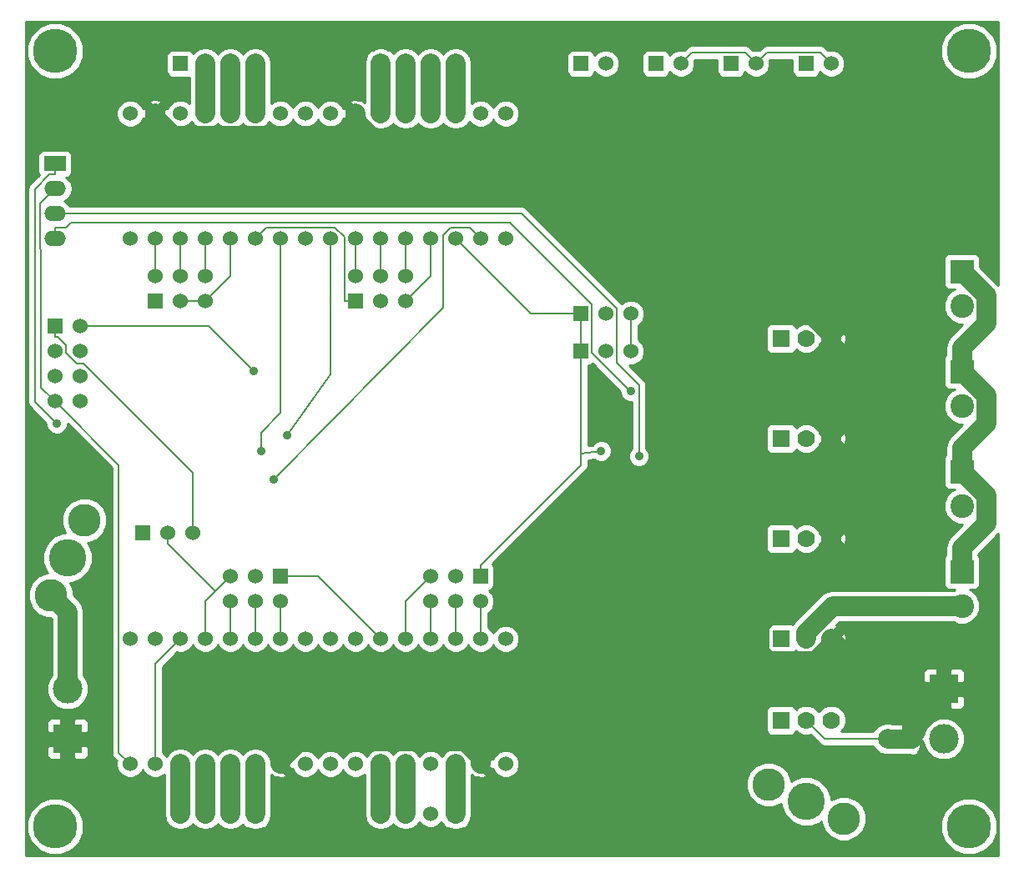
<source format=gbl>
G04 (created by PCBNEW (2013-07-07 BZR 4022)-stable) date 06/10/2013 22:40:32*
%MOIN*%
G04 Gerber Fmt 3.4, Leading zero omitted, Abs format*
%FSLAX34Y34*%
G01*
G70*
G90*
G04 APERTURE LIST*
%ADD10C,0.00590551*%
%ADD11C,0.015*%
%ADD12C,0.07*%
%ADD13R,0.07X0.07*%
%ADD14C,0.06*%
%ADD15R,0.06X0.06*%
%ADD16C,0.1772*%
%ADD17R,0.1181X0.1181*%
%ADD18C,0.1181*%
%ADD19C,0.0944882*%
%ADD20R,0.0944882X0.0944882*%
%ADD21C,0.13*%
%ADD22C,0.149*%
%ADD23C,0.0787*%
%ADD24R,0.0866X0.06*%
%ADD25O,0.0866X0.06*%
%ADD26C,0.035*%
%ADD27C,0.008*%
%ADD28C,0.0787008*%
%ADD29C,0.01*%
G04 APERTURE END LIST*
G54D10*
G54D11*
X34758Y4705D02*
X35742Y4705D01*
X35742Y4705D02*
X35742Y4803D01*
X35742Y4803D02*
X34758Y4803D01*
X34758Y4803D02*
X34758Y4902D01*
X34758Y4902D02*
X35545Y4902D01*
X35545Y4902D02*
X35545Y5000D01*
X35545Y5000D02*
X35053Y5000D01*
X35053Y5000D02*
X35053Y5098D01*
X35053Y5098D02*
X35644Y5098D01*
X35644Y5098D02*
X35644Y5197D01*
X35644Y5197D02*
X34856Y5197D01*
X34856Y5197D02*
X34856Y5295D01*
X34856Y5295D02*
X35644Y5295D01*
G54D12*
X31500Y9000D03*
X32500Y9000D03*
G54D13*
X30500Y9000D03*
G54D12*
X31500Y13000D03*
X32500Y13000D03*
G54D13*
X30500Y13000D03*
G54D12*
X31500Y17000D03*
X32500Y17000D03*
G54D13*
X30500Y17000D03*
G54D12*
X31500Y21000D03*
X32500Y21000D03*
G54D13*
X30500Y21000D03*
G54D14*
X4500Y25000D03*
X5500Y25000D03*
X6500Y25000D03*
X7500Y25000D03*
X8500Y25000D03*
X9500Y25000D03*
X10500Y25000D03*
X11500Y25000D03*
X11500Y30000D03*
X10500Y30000D03*
X9500Y30000D03*
X8500Y30000D03*
X7500Y30000D03*
X6500Y30000D03*
X5500Y30000D03*
X4500Y30000D03*
X12500Y25000D03*
X13500Y25000D03*
X14500Y25000D03*
X15500Y25000D03*
X16500Y25000D03*
X17500Y25000D03*
X18500Y25000D03*
X19500Y25000D03*
X19500Y30000D03*
X18500Y30000D03*
X17500Y30000D03*
X16500Y30000D03*
X15500Y30000D03*
X14500Y30000D03*
X13500Y30000D03*
X12500Y30000D03*
X11500Y9000D03*
X10500Y9000D03*
X9500Y9000D03*
X8500Y9000D03*
X7500Y9000D03*
X6500Y9000D03*
X5500Y9000D03*
X4500Y9000D03*
X4500Y4000D03*
X5500Y4000D03*
X6500Y4000D03*
X7500Y4000D03*
X8500Y4000D03*
X9500Y4000D03*
X10500Y4000D03*
X11500Y4000D03*
X19500Y9000D03*
X18500Y9000D03*
X17500Y9000D03*
X16500Y9000D03*
X15500Y9000D03*
X14500Y9000D03*
X13500Y9000D03*
X12500Y9000D03*
X12500Y4000D03*
X13500Y4000D03*
X14500Y4000D03*
X15500Y4000D03*
X16500Y4000D03*
X17500Y4000D03*
X18500Y4000D03*
X19500Y4000D03*
G54D15*
X18500Y11500D03*
G54D14*
X18500Y10500D03*
X17500Y11500D03*
X17500Y10500D03*
X16500Y11500D03*
X16500Y10500D03*
G54D15*
X10500Y11500D03*
G54D14*
X10500Y10500D03*
X9500Y11500D03*
X9500Y10500D03*
X8500Y11500D03*
X8500Y10500D03*
G54D15*
X13500Y22500D03*
G54D14*
X13500Y23500D03*
X14500Y22500D03*
X14500Y23500D03*
X15500Y22500D03*
X15500Y23500D03*
G54D15*
X5500Y22500D03*
G54D14*
X5500Y23500D03*
X6500Y22500D03*
X6500Y23500D03*
X7500Y22500D03*
X7500Y23500D03*
G54D15*
X17500Y2000D03*
G54D14*
X16500Y2000D03*
X15500Y2000D03*
X14500Y2000D03*
G54D15*
X6500Y32000D03*
G54D14*
X7500Y32000D03*
X8500Y32000D03*
X9500Y32000D03*
G54D15*
X14500Y32000D03*
G54D14*
X15500Y32000D03*
X16500Y32000D03*
X17500Y32000D03*
G54D15*
X9500Y2000D03*
G54D14*
X8500Y2000D03*
X7500Y2000D03*
X6500Y2000D03*
G54D16*
X1500Y32500D03*
X1500Y1500D03*
X38000Y1500D03*
X38000Y32500D03*
G54D17*
X2000Y5000D03*
G54D18*
X2000Y7000D03*
G54D17*
X37000Y7000D03*
G54D18*
X37000Y5000D03*
G54D15*
X22500Y22000D03*
G54D14*
X23500Y22000D03*
X24500Y22000D03*
G54D15*
X22500Y20500D03*
G54D14*
X23500Y20500D03*
X24500Y20500D03*
G54D15*
X25500Y32000D03*
G54D14*
X26500Y32000D03*
G54D15*
X28500Y32000D03*
G54D14*
X29500Y32000D03*
G54D15*
X31500Y32000D03*
G54D14*
X32500Y32000D03*
G54D15*
X22500Y32000D03*
G54D14*
X23500Y32000D03*
G54D12*
X31500Y5750D03*
X32500Y5750D03*
G54D13*
X30500Y5750D03*
G54D19*
X37724Y18311D03*
G54D20*
X37724Y19688D03*
G54D19*
X37724Y22311D03*
G54D20*
X37724Y23688D03*
G54D19*
X37724Y10311D03*
G54D20*
X37724Y11688D03*
G54D19*
X37724Y14311D03*
G54D20*
X37724Y15688D03*
G54D21*
X33000Y1820D03*
X30000Y3180D03*
G54D22*
X31500Y2500D03*
G54D21*
X1320Y10750D03*
X2680Y13750D03*
G54D22*
X2000Y12250D03*
G54D23*
X34758Y5000D03*
X35742Y5000D03*
G54D15*
X1500Y21500D03*
G54D14*
X2500Y21500D03*
X1500Y20500D03*
X2500Y20500D03*
X1500Y19500D03*
X2500Y19500D03*
X1500Y18500D03*
X2500Y18500D03*
G54D24*
X1500Y28000D03*
G54D25*
X1500Y27000D03*
X1500Y26000D03*
X1500Y25000D03*
G54D15*
X5000Y13250D03*
G54D14*
X6000Y13250D03*
X7000Y13250D03*
G54D26*
X23310Y16510D03*
X9422Y19697D03*
X10760Y17140D03*
X24500Y18889D03*
X24821Y16305D03*
X9722Y16502D03*
X10240Y15370D03*
X1570Y17600D03*
G54D27*
X7000Y15627D02*
X7000Y13250D01*
X2627Y20000D02*
X7000Y15627D01*
X2367Y20000D02*
X2627Y20000D01*
X1940Y20427D02*
X2367Y20000D01*
X1940Y20729D02*
X1940Y20427D01*
X1610Y21059D02*
X1940Y20729D01*
X1500Y21059D02*
X1610Y21059D01*
X1500Y21500D02*
X1500Y21059D01*
X8500Y23500D02*
X8500Y25000D01*
X7500Y22500D02*
X8500Y23500D01*
X15500Y10500D02*
X15500Y9000D01*
X16500Y11500D02*
X15500Y10500D01*
X12000Y11500D02*
X10500Y11500D01*
X14500Y9000D02*
X12000Y11500D01*
X5500Y8000D02*
X5500Y4000D01*
X6500Y9000D02*
X5500Y8000D01*
X16500Y23500D02*
X15500Y22500D01*
X16500Y25000D02*
X16500Y23500D01*
X6500Y22500D02*
X7500Y22500D01*
X9940Y25440D02*
X9500Y25000D01*
X12683Y25440D02*
X9940Y25440D01*
X13059Y25063D02*
X12683Y25440D01*
X13059Y22500D02*
X13059Y25063D01*
X13500Y22500D02*
X13059Y22500D01*
X20500Y22000D02*
X22500Y22000D01*
X17500Y25000D02*
X20500Y22000D01*
X22500Y22000D02*
X22500Y20500D01*
X22500Y16401D02*
X23310Y16510D01*
X22500Y15940D02*
X22500Y16401D01*
X18500Y11940D02*
X22500Y15940D01*
X18500Y11500D02*
X18500Y11940D01*
X22500Y16401D02*
X22500Y20500D01*
X8500Y11500D02*
X7904Y10904D01*
X6000Y12809D02*
X7904Y10904D01*
X6000Y12809D02*
X6000Y12809D01*
X6000Y13250D02*
X6000Y12809D01*
X7500Y10500D02*
X7500Y9000D01*
X7904Y10904D02*
X7500Y10500D01*
G54D28*
X38690Y14722D02*
X37724Y15688D01*
X38690Y13621D02*
X38690Y14722D01*
X37724Y12655D02*
X38690Y13621D01*
X37724Y11688D02*
X37724Y12655D01*
X38690Y18722D02*
X37724Y19688D01*
X38690Y17621D02*
X38690Y18722D01*
X37724Y16655D02*
X38690Y17621D01*
X37724Y15688D02*
X37724Y16655D01*
X38690Y22722D02*
X37724Y23688D01*
X38690Y21621D02*
X38690Y22722D01*
X37724Y20655D02*
X38690Y21621D01*
X37724Y19688D02*
X37724Y20655D01*
G54D27*
X7620Y21500D02*
X9422Y19697D01*
X2500Y21500D02*
X7620Y21500D01*
G54D28*
X31500Y9254D02*
X31500Y9000D01*
X32556Y10311D02*
X31500Y9254D01*
X37724Y10311D02*
X32556Y10311D01*
X2000Y10070D02*
X2000Y7000D01*
X1320Y10750D02*
X2000Y10070D01*
G54D27*
X12500Y19579D02*
X12500Y25000D01*
X10760Y17140D02*
X12500Y19579D01*
G54D28*
X8500Y32000D02*
X8500Y30000D01*
X9500Y32000D02*
X9500Y30000D01*
X7500Y32000D02*
X7500Y30000D01*
X16500Y32000D02*
X16500Y30000D01*
X17500Y32000D02*
X17500Y30000D01*
X15500Y32000D02*
X15500Y30000D01*
X14500Y32000D02*
X14500Y30000D01*
X15500Y2000D02*
X15500Y4000D01*
X14500Y2000D02*
X14500Y4000D01*
X17500Y2000D02*
X17500Y4000D01*
X7500Y2000D02*
X7500Y4000D01*
X6500Y2000D02*
X6500Y4000D01*
X8500Y2000D02*
X8500Y4000D01*
X9500Y2000D02*
X9500Y4000D01*
G54D27*
X900Y26400D02*
X1500Y27000D01*
X900Y24600D02*
X900Y26400D01*
X950Y24550D02*
X900Y24600D01*
X950Y19050D02*
X950Y24550D01*
X1500Y18500D02*
X950Y19050D01*
X24500Y20500D02*
X24500Y22000D01*
X4049Y15950D02*
X1500Y18500D01*
X4049Y4450D02*
X4049Y15950D01*
X4500Y4000D02*
X4049Y4450D01*
X32250Y5000D02*
X34757Y5000D01*
X31500Y5750D02*
X32250Y5000D01*
X26940Y32440D02*
X26500Y32000D01*
X29059Y32440D02*
X26940Y32440D01*
X29500Y32000D02*
X29059Y32440D01*
X29940Y32440D02*
X29500Y32000D01*
X32059Y32440D02*
X29940Y32440D01*
X32500Y32000D02*
X32059Y32440D01*
X34757Y5000D02*
X34757Y5000D01*
G54D28*
X32500Y17000D02*
X32500Y13000D01*
X32500Y12401D02*
X32500Y13000D01*
X29650Y9551D02*
X32500Y12401D01*
X29650Y8448D02*
X29650Y9551D01*
X22686Y8448D02*
X29650Y8448D01*
X18500Y4262D02*
X22686Y8448D01*
X18500Y4000D02*
X18500Y4262D01*
X10500Y4140D02*
X10500Y4000D01*
X11254Y4895D02*
X10500Y4140D01*
X17866Y4895D02*
X11254Y4895D01*
X18500Y4262D02*
X17866Y4895D01*
X32500Y9000D02*
X32500Y8744D01*
X29987Y8111D02*
X29650Y8448D01*
X31866Y8111D02*
X29987Y8111D01*
X32500Y8744D02*
X31866Y8111D01*
X32739Y8744D02*
X32500Y8744D01*
X35742Y5742D02*
X32739Y8744D01*
X32500Y17000D02*
X32500Y21000D01*
X12902Y29112D02*
X13500Y29710D01*
X6233Y29112D02*
X12902Y29112D01*
X5500Y29846D02*
X6233Y29112D01*
X5500Y30000D02*
X5500Y29846D01*
X16297Y26912D02*
X13500Y29710D01*
X26783Y26912D02*
X16297Y26912D01*
X32500Y21196D02*
X26783Y26912D01*
X32500Y21000D02*
X32500Y21196D01*
X13500Y29710D02*
X13500Y30000D01*
X35742Y5000D02*
X35742Y5742D01*
X35742Y5742D02*
X37000Y7000D01*
G54D27*
X16500Y10500D02*
X16500Y9000D01*
X17500Y10500D02*
X17500Y9000D01*
X14500Y23500D02*
X14500Y25000D01*
X15500Y23500D02*
X15500Y25000D01*
X18500Y9000D02*
X18500Y10500D01*
X5500Y25000D02*
X5500Y23500D01*
X8500Y10500D02*
X8500Y9000D01*
X10500Y10500D02*
X10500Y9000D01*
X9500Y10500D02*
X9500Y9000D01*
X7500Y23500D02*
X7500Y25000D01*
X6500Y23500D02*
X6500Y25000D01*
X13500Y25000D02*
X13500Y23500D01*
X24480Y18889D02*
X24500Y18889D01*
X22940Y20429D02*
X24480Y18889D01*
X22940Y22366D02*
X22940Y20429D01*
X19677Y25628D02*
X22940Y22366D01*
X2128Y25628D02*
X19677Y25628D01*
X1940Y25440D02*
X2128Y25628D01*
X1500Y25440D02*
X1940Y25440D01*
X1500Y25000D02*
X1500Y25440D01*
X24821Y19142D02*
X24821Y16305D01*
X23940Y20024D02*
X24821Y19142D01*
X23940Y22190D02*
X23940Y20024D01*
X20130Y26000D02*
X23940Y22190D01*
X1500Y26000D02*
X20130Y26000D01*
X9722Y17247D02*
X9722Y16502D01*
X10500Y18025D02*
X9722Y17247D01*
X10500Y25000D02*
X10500Y18025D01*
X17000Y22242D02*
X10240Y15370D01*
X17000Y25142D02*
X17000Y22242D01*
X17306Y25448D02*
X17000Y25142D01*
X18051Y25448D02*
X17306Y25448D01*
X18500Y25000D02*
X18051Y25448D01*
X706Y18464D02*
X1570Y17600D01*
X706Y26986D02*
X706Y18464D01*
X1279Y27559D02*
X706Y26986D01*
X1500Y27559D02*
X1279Y27559D01*
X1500Y28000D02*
X1500Y27559D01*
G54D10*
G36*
X39175Y325D02*
X39136Y325D01*
X39136Y1724D01*
X38963Y2142D01*
X38644Y2462D01*
X38226Y2635D01*
X37840Y2636D01*
X37840Y5166D01*
X37840Y5166D01*
X37840Y6359D01*
X37840Y7640D01*
X37802Y7731D01*
X37732Y7802D01*
X37640Y7840D01*
X37540Y7840D01*
X37312Y7840D01*
X37250Y7778D01*
X37250Y7250D01*
X37778Y7250D01*
X37840Y7312D01*
X37840Y7640D01*
X37840Y6359D01*
X37840Y6687D01*
X37778Y6750D01*
X37250Y6750D01*
X37250Y6222D01*
X37312Y6159D01*
X37540Y6159D01*
X37640Y6159D01*
X37732Y6197D01*
X37802Y6268D01*
X37840Y6359D01*
X37840Y5166D01*
X37712Y5475D01*
X37476Y5712D01*
X37167Y5840D01*
X36833Y5840D01*
X36750Y5806D01*
X36750Y6222D01*
X36750Y6750D01*
X36750Y7250D01*
X36750Y7778D01*
X36687Y7840D01*
X36459Y7840D01*
X36359Y7840D01*
X36267Y7802D01*
X36197Y7731D01*
X36159Y7640D01*
X36159Y7312D01*
X36222Y7250D01*
X36750Y7250D01*
X36750Y6750D01*
X36222Y6750D01*
X36159Y6687D01*
X36159Y6359D01*
X36197Y6268D01*
X36267Y6197D01*
X36359Y6159D01*
X36459Y6159D01*
X36687Y6159D01*
X36750Y6222D01*
X36750Y5806D01*
X36524Y5712D01*
X36287Y5476D01*
X36159Y5167D01*
X36159Y5139D01*
X36020Y5000D01*
X36159Y4860D01*
X36159Y4833D01*
X36287Y4524D01*
X36523Y4287D01*
X36832Y4159D01*
X37166Y4159D01*
X37475Y4287D01*
X37712Y4523D01*
X37840Y4832D01*
X37840Y5166D01*
X37840Y2636D01*
X37775Y2636D01*
X37357Y2463D01*
X37037Y2144D01*
X36864Y1726D01*
X36863Y1275D01*
X37036Y857D01*
X37355Y537D01*
X37773Y364D01*
X38224Y363D01*
X38642Y536D01*
X38962Y855D01*
X39135Y1273D01*
X39136Y1724D01*
X39136Y325D01*
X36067Y325D01*
X36067Y4705D01*
X36067Y4803D01*
X36042Y4927D01*
X35971Y5032D01*
X35957Y5042D01*
X35969Y5098D01*
X35969Y5197D01*
X35959Y5246D01*
X35969Y5295D01*
X35944Y5419D01*
X35919Y5456D01*
X35998Y5535D01*
X35950Y5622D01*
X35696Y5654D01*
X35533Y5622D01*
X35532Y5620D01*
X35475Y5620D01*
X35455Y5640D01*
X35435Y5620D01*
X34942Y5620D01*
X34886Y5643D01*
X34630Y5643D01*
X34393Y5545D01*
X34212Y5364D01*
X34181Y5290D01*
X33110Y5290D01*
X33110Y9033D01*
X33077Y9202D01*
X32991Y9244D01*
X32747Y9000D01*
X32991Y8755D01*
X33077Y8797D01*
X33110Y9033D01*
X33110Y5290D01*
X32888Y5290D01*
X33008Y5409D01*
X33099Y5630D01*
X33100Y5868D01*
X33008Y6089D01*
X32840Y6258D01*
X32744Y6298D01*
X32744Y8508D01*
X32500Y8752D01*
X32255Y8508D01*
X32297Y8422D01*
X32533Y8389D01*
X32702Y8422D01*
X32744Y8508D01*
X32744Y6298D01*
X32619Y6349D01*
X32381Y6350D01*
X32160Y6258D01*
X31999Y6098D01*
X31840Y6258D01*
X31619Y6349D01*
X31381Y6350D01*
X31160Y6258D01*
X31085Y6184D01*
X31062Y6241D01*
X30991Y6311D01*
X30899Y6349D01*
X30800Y6350D01*
X30100Y6350D01*
X30008Y6312D01*
X29938Y6241D01*
X29900Y6149D01*
X29899Y6050D01*
X29899Y5350D01*
X29937Y5258D01*
X30008Y5188D01*
X30100Y5150D01*
X30199Y5149D01*
X30899Y5149D01*
X30991Y5187D01*
X31061Y5258D01*
X31085Y5315D01*
X31159Y5241D01*
X31380Y5150D01*
X31618Y5149D01*
X31669Y5170D01*
X32044Y4794D01*
X32044Y4794D01*
X32139Y4732D01*
X32249Y4710D01*
X32249Y4710D01*
X32250Y4710D01*
X34181Y4710D01*
X34212Y4635D01*
X34393Y4454D01*
X34629Y4356D01*
X34885Y4356D01*
X34942Y4380D01*
X35435Y4380D01*
X35455Y4359D01*
X35475Y4380D01*
X35532Y4380D01*
X35533Y4377D01*
X35787Y4345D01*
X35950Y4377D01*
X35998Y4464D01*
X35978Y4485D01*
X36042Y4580D01*
X36067Y4705D01*
X36067Y325D01*
X33900Y325D01*
X33900Y1998D01*
X33763Y2329D01*
X33510Y2582D01*
X33179Y2719D01*
X32821Y2720D01*
X32495Y2585D01*
X32495Y2697D01*
X32344Y3062D01*
X32064Y3343D01*
X31698Y3494D01*
X31302Y3495D01*
X30937Y3344D01*
X30900Y3307D01*
X30900Y3358D01*
X30763Y3689D01*
X30510Y3942D01*
X30179Y4079D01*
X29821Y4080D01*
X29490Y3943D01*
X29237Y3690D01*
X29100Y3359D01*
X29099Y3001D01*
X29236Y2670D01*
X29489Y2417D01*
X29820Y2280D01*
X30178Y2279D01*
X30504Y2414D01*
X30504Y2302D01*
X30655Y1937D01*
X30935Y1656D01*
X31301Y1505D01*
X31697Y1504D01*
X32062Y1655D01*
X32099Y1692D01*
X32099Y1641D01*
X32236Y1310D01*
X32489Y1057D01*
X32820Y920D01*
X33178Y919D01*
X33509Y1056D01*
X33762Y1309D01*
X33899Y1640D01*
X33900Y1998D01*
X33900Y325D01*
X25246Y325D01*
X25246Y16390D01*
X25182Y16546D01*
X25111Y16616D01*
X25111Y19142D01*
X25089Y19253D01*
X25026Y19347D01*
X24424Y19950D01*
X24608Y19949D01*
X24811Y20033D01*
X24965Y20188D01*
X25049Y20390D01*
X25050Y20608D01*
X24966Y20811D01*
X24811Y20965D01*
X24790Y20975D01*
X24790Y21524D01*
X24811Y21533D01*
X24965Y21688D01*
X25049Y21890D01*
X25050Y22108D01*
X24966Y22311D01*
X24811Y22465D01*
X24609Y22549D01*
X24391Y22550D01*
X24188Y22466D01*
X24131Y22409D01*
X24050Y22490D01*
X24050Y32108D01*
X23966Y32311D01*
X23811Y32465D01*
X23609Y32549D01*
X23391Y32550D01*
X23188Y32466D01*
X23050Y32327D01*
X23050Y32349D01*
X23012Y32441D01*
X22941Y32511D01*
X22849Y32549D01*
X22750Y32550D01*
X22150Y32550D01*
X22058Y32512D01*
X21988Y32441D01*
X21950Y32349D01*
X21949Y32250D01*
X21949Y31650D01*
X21987Y31558D01*
X22058Y31488D01*
X22150Y31450D01*
X22249Y31449D01*
X22849Y31449D01*
X22941Y31487D01*
X23011Y31558D01*
X23049Y31650D01*
X23049Y31672D01*
X23188Y31534D01*
X23390Y31450D01*
X23608Y31449D01*
X23811Y31533D01*
X23965Y31688D01*
X24049Y31890D01*
X24050Y32108D01*
X24050Y22490D01*
X20335Y26205D01*
X20241Y26267D01*
X20130Y26290D01*
X20050Y26290D01*
X20050Y30108D01*
X19966Y30311D01*
X19811Y30465D01*
X19609Y30549D01*
X19391Y30550D01*
X19188Y30466D01*
X19034Y30311D01*
X19000Y30230D01*
X18966Y30311D01*
X18811Y30465D01*
X18609Y30549D01*
X18391Y30550D01*
X18188Y30466D01*
X18143Y30421D01*
X18143Y32000D01*
X18094Y32246D01*
X17955Y32455D01*
X17746Y32594D01*
X17500Y32643D01*
X17253Y32594D01*
X17044Y32455D01*
X17000Y32387D01*
X16955Y32455D01*
X16746Y32594D01*
X16500Y32643D01*
X16253Y32594D01*
X16044Y32455D01*
X16000Y32387D01*
X15955Y32455D01*
X15746Y32594D01*
X15500Y32643D01*
X15253Y32594D01*
X15044Y32455D01*
X15021Y32419D01*
X15012Y32441D01*
X14941Y32511D01*
X14849Y32549D01*
X14812Y32549D01*
X14746Y32594D01*
X14500Y32643D01*
X14253Y32594D01*
X14187Y32550D01*
X14150Y32550D01*
X14058Y32512D01*
X13988Y32441D01*
X13950Y32349D01*
X13950Y32312D01*
X13905Y32246D01*
X13856Y32000D01*
X13856Y30435D01*
X13719Y30572D01*
X13675Y30528D01*
X13480Y30560D01*
X13303Y30525D01*
X13270Y30442D01*
X13500Y30212D01*
X13576Y30288D01*
X13729Y30134D01*
X13788Y30076D01*
X13729Y30017D01*
X13712Y30000D01*
X13892Y29819D01*
X13905Y29753D01*
X14044Y29544D01*
X14253Y29405D01*
X14500Y29356D01*
X14746Y29405D01*
X14955Y29544D01*
X15000Y29612D01*
X15044Y29544D01*
X15253Y29405D01*
X15500Y29356D01*
X15746Y29405D01*
X15955Y29544D01*
X16000Y29612D01*
X16044Y29544D01*
X16253Y29405D01*
X16500Y29356D01*
X16746Y29405D01*
X16955Y29544D01*
X17000Y29612D01*
X17044Y29544D01*
X17253Y29405D01*
X17500Y29356D01*
X17746Y29405D01*
X17955Y29544D01*
X18044Y29678D01*
X18188Y29534D01*
X18390Y29450D01*
X18608Y29449D01*
X18811Y29533D01*
X18965Y29688D01*
X18999Y29769D01*
X19033Y29688D01*
X19188Y29534D01*
X19390Y29450D01*
X19608Y29449D01*
X19811Y29533D01*
X19965Y29688D01*
X20049Y29890D01*
X20050Y30108D01*
X20050Y26290D01*
X13729Y26290D01*
X13729Y29557D01*
X13500Y29787D01*
X13287Y29575D01*
X13287Y30000D01*
X13057Y30229D01*
X13008Y30209D01*
X12966Y30311D01*
X12811Y30465D01*
X12609Y30549D01*
X12391Y30550D01*
X12188Y30466D01*
X12034Y30311D01*
X12000Y30230D01*
X11966Y30311D01*
X11811Y30465D01*
X11609Y30549D01*
X11391Y30550D01*
X11188Y30466D01*
X11034Y30311D01*
X11000Y30230D01*
X10966Y30311D01*
X10811Y30465D01*
X10609Y30549D01*
X10391Y30550D01*
X10188Y30466D01*
X10143Y30421D01*
X10143Y32000D01*
X10094Y32246D01*
X9955Y32455D01*
X9746Y32594D01*
X9500Y32643D01*
X9253Y32594D01*
X9044Y32455D01*
X9000Y32387D01*
X8955Y32455D01*
X8746Y32594D01*
X8500Y32643D01*
X8253Y32594D01*
X8044Y32455D01*
X8000Y32387D01*
X7955Y32455D01*
X7746Y32594D01*
X7500Y32643D01*
X7253Y32594D01*
X7044Y32455D01*
X7021Y32419D01*
X7012Y32441D01*
X6941Y32511D01*
X6849Y32549D01*
X6750Y32550D01*
X6150Y32550D01*
X6058Y32512D01*
X5988Y32441D01*
X5950Y32349D01*
X5949Y32250D01*
X5949Y31650D01*
X5987Y31558D01*
X6058Y31488D01*
X6150Y31450D01*
X6249Y31449D01*
X6849Y31449D01*
X6856Y31452D01*
X6856Y30421D01*
X6811Y30465D01*
X6609Y30549D01*
X6391Y30550D01*
X6188Y30466D01*
X6034Y30311D01*
X5991Y30209D01*
X5942Y30229D01*
X5729Y30017D01*
X5729Y30442D01*
X5696Y30525D01*
X5480Y30560D01*
X5303Y30525D01*
X5270Y30442D01*
X5500Y30212D01*
X5729Y30442D01*
X5729Y30017D01*
X5712Y30000D01*
X5942Y29770D01*
X5991Y29790D01*
X6033Y29688D01*
X6188Y29534D01*
X6390Y29450D01*
X6608Y29449D01*
X6811Y29533D01*
X6956Y29678D01*
X7044Y29544D01*
X7253Y29405D01*
X7500Y29356D01*
X7746Y29405D01*
X7955Y29544D01*
X8000Y29612D01*
X8044Y29544D01*
X8253Y29405D01*
X8500Y29356D01*
X8746Y29405D01*
X8955Y29544D01*
X9000Y29612D01*
X9044Y29544D01*
X9253Y29405D01*
X9500Y29356D01*
X9746Y29405D01*
X9955Y29544D01*
X10044Y29678D01*
X10188Y29534D01*
X10390Y29450D01*
X10608Y29449D01*
X10811Y29533D01*
X10965Y29688D01*
X10999Y29769D01*
X11033Y29688D01*
X11188Y29534D01*
X11390Y29450D01*
X11608Y29449D01*
X11811Y29533D01*
X11965Y29688D01*
X11999Y29769D01*
X12033Y29688D01*
X12188Y29534D01*
X12390Y29450D01*
X12608Y29449D01*
X12811Y29533D01*
X12965Y29688D01*
X13008Y29790D01*
X13057Y29770D01*
X13287Y30000D01*
X13287Y29575D01*
X13270Y29557D01*
X13303Y29474D01*
X13519Y29439D01*
X13696Y29474D01*
X13729Y29557D01*
X13729Y26290D01*
X5729Y26290D01*
X5729Y29557D01*
X5500Y29787D01*
X5287Y29575D01*
X5287Y30000D01*
X5057Y30229D01*
X5008Y30209D01*
X4966Y30311D01*
X4811Y30465D01*
X4609Y30549D01*
X4391Y30550D01*
X4188Y30466D01*
X4034Y30311D01*
X3950Y30109D01*
X3949Y29891D01*
X4033Y29688D01*
X4188Y29534D01*
X4390Y29450D01*
X4608Y29449D01*
X4811Y29533D01*
X4965Y29688D01*
X5008Y29790D01*
X5057Y29770D01*
X5287Y30000D01*
X5287Y29575D01*
X5270Y29557D01*
X5303Y29474D01*
X5519Y29439D01*
X5696Y29474D01*
X5729Y29557D01*
X5729Y26290D01*
X2636Y26290D01*
X2636Y32724D01*
X2463Y33142D01*
X2144Y33462D01*
X1726Y33635D01*
X1275Y33636D01*
X857Y33463D01*
X537Y33144D01*
X364Y32726D01*
X363Y32275D01*
X536Y31857D01*
X855Y31537D01*
X1273Y31364D01*
X1724Y31363D01*
X2142Y31536D01*
X2462Y31855D01*
X2635Y32273D01*
X2636Y32724D01*
X2636Y26290D01*
X2101Y26290D01*
X2035Y26388D01*
X1869Y26500D01*
X2035Y26611D01*
X2154Y26789D01*
X2196Y27000D01*
X2154Y27210D01*
X2035Y27388D01*
X1943Y27449D01*
X1982Y27449D01*
X2074Y27487D01*
X2144Y27558D01*
X2182Y27650D01*
X2183Y27749D01*
X2183Y28349D01*
X2145Y28441D01*
X2074Y28511D01*
X1982Y28549D01*
X1883Y28550D01*
X1017Y28550D01*
X925Y28512D01*
X855Y28441D01*
X817Y28349D01*
X816Y28250D01*
X816Y27650D01*
X854Y27558D01*
X861Y27551D01*
X501Y27191D01*
X438Y27097D01*
X416Y26986D01*
X416Y18464D01*
X438Y18353D01*
X501Y18259D01*
X1145Y17614D01*
X1145Y17515D01*
X1210Y17359D01*
X1329Y17239D01*
X1485Y17175D01*
X1654Y17174D01*
X1811Y17239D01*
X1930Y17358D01*
X1995Y17515D01*
X1995Y17594D01*
X3759Y15830D01*
X3759Y4450D01*
X3781Y4339D01*
X3844Y4245D01*
X3958Y4130D01*
X3950Y4109D01*
X3949Y3891D01*
X4033Y3688D01*
X4188Y3534D01*
X4390Y3450D01*
X4608Y3449D01*
X4811Y3533D01*
X4965Y3688D01*
X4999Y3769D01*
X5033Y3688D01*
X5188Y3534D01*
X5390Y3450D01*
X5608Y3449D01*
X5811Y3533D01*
X5856Y3578D01*
X5856Y2000D01*
X5905Y1753D01*
X6044Y1544D01*
X6253Y1405D01*
X6500Y1356D01*
X6746Y1405D01*
X6955Y1544D01*
X7000Y1612D01*
X7044Y1544D01*
X7253Y1405D01*
X7500Y1356D01*
X7746Y1405D01*
X7955Y1544D01*
X8000Y1612D01*
X8044Y1544D01*
X8253Y1405D01*
X8500Y1356D01*
X8746Y1405D01*
X8955Y1544D01*
X8978Y1580D01*
X8987Y1558D01*
X9058Y1488D01*
X9150Y1450D01*
X9187Y1450D01*
X9253Y1405D01*
X9500Y1356D01*
X9746Y1405D01*
X9812Y1449D01*
X9849Y1449D01*
X9941Y1487D01*
X10011Y1558D01*
X10049Y1650D01*
X10049Y1687D01*
X10094Y1753D01*
X10143Y2000D01*
X10143Y3564D01*
X10280Y3427D01*
X10324Y3471D01*
X10519Y3439D01*
X10696Y3474D01*
X10729Y3557D01*
X10500Y3787D01*
X10423Y3711D01*
X10211Y3923D01*
X10287Y4000D01*
X10107Y4180D01*
X10094Y4246D01*
X9955Y4455D01*
X9746Y4594D01*
X9500Y4643D01*
X9253Y4594D01*
X9044Y4455D01*
X9000Y4387D01*
X8955Y4455D01*
X8746Y4594D01*
X8500Y4643D01*
X8253Y4594D01*
X8044Y4455D01*
X8000Y4387D01*
X7955Y4455D01*
X7746Y4594D01*
X7500Y4643D01*
X7253Y4594D01*
X7044Y4455D01*
X7000Y4387D01*
X6955Y4455D01*
X6746Y4594D01*
X6500Y4643D01*
X6253Y4594D01*
X6044Y4455D01*
X5955Y4321D01*
X5811Y4465D01*
X5790Y4475D01*
X5790Y7879D01*
X6368Y8458D01*
X6390Y8450D01*
X6608Y8449D01*
X6811Y8533D01*
X6965Y8688D01*
X6999Y8769D01*
X7033Y8688D01*
X7188Y8534D01*
X7390Y8450D01*
X7608Y8449D01*
X7811Y8533D01*
X7965Y8688D01*
X7999Y8769D01*
X8033Y8688D01*
X8188Y8534D01*
X8390Y8450D01*
X8608Y8449D01*
X8811Y8533D01*
X8965Y8688D01*
X8999Y8769D01*
X9033Y8688D01*
X9188Y8534D01*
X9390Y8450D01*
X9608Y8449D01*
X9811Y8533D01*
X9965Y8688D01*
X9999Y8769D01*
X10033Y8688D01*
X10188Y8534D01*
X10390Y8450D01*
X10608Y8449D01*
X10811Y8533D01*
X10965Y8688D01*
X10999Y8769D01*
X11033Y8688D01*
X11188Y8534D01*
X11390Y8450D01*
X11608Y8449D01*
X11811Y8533D01*
X11965Y8688D01*
X11999Y8769D01*
X12033Y8688D01*
X12188Y8534D01*
X12390Y8450D01*
X12608Y8449D01*
X12811Y8533D01*
X12965Y8688D01*
X12999Y8769D01*
X13033Y8688D01*
X13188Y8534D01*
X13390Y8450D01*
X13608Y8449D01*
X13811Y8533D01*
X13965Y8688D01*
X13999Y8769D01*
X14033Y8688D01*
X14188Y8534D01*
X14390Y8450D01*
X14608Y8449D01*
X14811Y8533D01*
X14965Y8688D01*
X14999Y8769D01*
X15033Y8688D01*
X15188Y8534D01*
X15390Y8450D01*
X15608Y8449D01*
X15811Y8533D01*
X15965Y8688D01*
X15999Y8769D01*
X16033Y8688D01*
X16188Y8534D01*
X16390Y8450D01*
X16608Y8449D01*
X16811Y8533D01*
X16965Y8688D01*
X16999Y8769D01*
X17033Y8688D01*
X17188Y8534D01*
X17390Y8450D01*
X17608Y8449D01*
X17811Y8533D01*
X17965Y8688D01*
X17999Y8769D01*
X18033Y8688D01*
X18188Y8534D01*
X18390Y8450D01*
X18608Y8449D01*
X18811Y8533D01*
X18965Y8688D01*
X18999Y8769D01*
X19033Y8688D01*
X19188Y8534D01*
X19390Y8450D01*
X19608Y8449D01*
X19811Y8533D01*
X19965Y8688D01*
X20049Y8890D01*
X20050Y9108D01*
X19966Y9311D01*
X19811Y9465D01*
X19609Y9549D01*
X19391Y9550D01*
X19188Y9466D01*
X19034Y9311D01*
X19000Y9230D01*
X18966Y9311D01*
X18811Y9465D01*
X18790Y9475D01*
X18790Y10024D01*
X18811Y10033D01*
X18965Y10188D01*
X19049Y10390D01*
X19050Y10608D01*
X18966Y10811D01*
X18827Y10949D01*
X18849Y10949D01*
X18941Y10987D01*
X19011Y11058D01*
X19049Y11150D01*
X19050Y11249D01*
X19050Y11849D01*
X19012Y11941D01*
X18961Y11991D01*
X22705Y15735D01*
X22705Y15735D01*
X22705Y15735D01*
X22767Y15829D01*
X22790Y15940D01*
X22789Y15940D01*
X22790Y15940D01*
X22790Y16147D01*
X23037Y16181D01*
X23068Y16149D01*
X23225Y16085D01*
X23394Y16084D01*
X23550Y16149D01*
X23670Y16268D01*
X23734Y16425D01*
X23735Y16594D01*
X23670Y16750D01*
X23551Y16870D01*
X23394Y16934D01*
X23225Y16935D01*
X23069Y16870D01*
X22954Y16755D01*
X22790Y16733D01*
X22790Y19949D01*
X22849Y19949D01*
X22941Y19987D01*
X22956Y20003D01*
X24074Y18884D01*
X24074Y18805D01*
X24139Y18649D01*
X24258Y18529D01*
X24415Y18464D01*
X24531Y18464D01*
X24531Y16616D01*
X24461Y16546D01*
X24396Y16390D01*
X24396Y16221D01*
X24461Y16065D01*
X24580Y15945D01*
X24736Y15880D01*
X24905Y15880D01*
X25062Y15945D01*
X25181Y16064D01*
X25246Y16220D01*
X25246Y16390D01*
X25246Y325D01*
X20050Y325D01*
X20050Y4108D01*
X19966Y4311D01*
X19811Y4465D01*
X19609Y4549D01*
X19391Y4550D01*
X19188Y4466D01*
X19034Y4311D01*
X18991Y4209D01*
X18942Y4229D01*
X18729Y4017D01*
X18729Y4442D01*
X18696Y4525D01*
X18480Y4560D01*
X18303Y4525D01*
X18270Y4442D01*
X18500Y4212D01*
X18729Y4442D01*
X18729Y4017D01*
X18712Y4000D01*
X18942Y3770D01*
X18991Y3790D01*
X19033Y3688D01*
X19188Y3534D01*
X19390Y3450D01*
X19608Y3449D01*
X19811Y3533D01*
X19965Y3688D01*
X20049Y3890D01*
X20050Y4108D01*
X20050Y325D01*
X18729Y325D01*
X18729Y3557D01*
X18500Y3787D01*
X18423Y3711D01*
X18287Y3847D01*
X18211Y3923D01*
X18287Y4000D01*
X18107Y4180D01*
X18094Y4246D01*
X17955Y4455D01*
X17746Y4594D01*
X17500Y4643D01*
X17253Y4594D01*
X17044Y4455D01*
X16955Y4321D01*
X16811Y4465D01*
X16609Y4549D01*
X16391Y4550D01*
X16188Y4466D01*
X16043Y4321D01*
X15955Y4455D01*
X15746Y4594D01*
X15500Y4643D01*
X15253Y4594D01*
X15044Y4455D01*
X15000Y4387D01*
X14955Y4455D01*
X14746Y4594D01*
X14500Y4643D01*
X14253Y4594D01*
X14044Y4455D01*
X13955Y4321D01*
X13811Y4465D01*
X13609Y4549D01*
X13391Y4550D01*
X13188Y4466D01*
X13034Y4311D01*
X13000Y4230D01*
X12966Y4311D01*
X12811Y4465D01*
X12609Y4549D01*
X12391Y4550D01*
X12188Y4466D01*
X12034Y4311D01*
X12000Y4230D01*
X11966Y4311D01*
X11811Y4465D01*
X11609Y4549D01*
X11391Y4550D01*
X11188Y4466D01*
X11034Y4311D01*
X10991Y4209D01*
X10942Y4229D01*
X10729Y4017D01*
X10729Y4442D01*
X10696Y4525D01*
X10480Y4560D01*
X10303Y4525D01*
X10270Y4442D01*
X10500Y4212D01*
X10729Y4442D01*
X10729Y4017D01*
X10712Y4000D01*
X10942Y3770D01*
X10991Y3790D01*
X11033Y3688D01*
X11188Y3534D01*
X11390Y3450D01*
X11608Y3449D01*
X11811Y3533D01*
X11965Y3688D01*
X11999Y3769D01*
X12033Y3688D01*
X12188Y3534D01*
X12390Y3450D01*
X12608Y3449D01*
X12811Y3533D01*
X12965Y3688D01*
X12999Y3769D01*
X13033Y3688D01*
X13188Y3534D01*
X13390Y3450D01*
X13608Y3449D01*
X13811Y3533D01*
X13856Y3578D01*
X13856Y2000D01*
X13905Y1753D01*
X14044Y1544D01*
X14253Y1405D01*
X14500Y1356D01*
X14746Y1405D01*
X14955Y1544D01*
X15000Y1612D01*
X15044Y1544D01*
X15253Y1405D01*
X15500Y1356D01*
X15746Y1405D01*
X15955Y1544D01*
X16044Y1678D01*
X16188Y1534D01*
X16390Y1450D01*
X16608Y1449D01*
X16811Y1533D01*
X16949Y1672D01*
X16949Y1650D01*
X16987Y1558D01*
X17058Y1488D01*
X17150Y1450D01*
X17187Y1450D01*
X17253Y1405D01*
X17500Y1356D01*
X17746Y1405D01*
X17812Y1449D01*
X17849Y1449D01*
X17941Y1487D01*
X18011Y1558D01*
X18049Y1650D01*
X18049Y1687D01*
X18094Y1753D01*
X18143Y2000D01*
X18143Y3564D01*
X18280Y3427D01*
X18324Y3471D01*
X18519Y3439D01*
X18696Y3474D01*
X18729Y3557D01*
X18729Y325D01*
X10729Y325D01*
X3580Y325D01*
X3580Y13928D01*
X3443Y14259D01*
X3190Y14512D01*
X2859Y14649D01*
X2501Y14650D01*
X2170Y14513D01*
X1917Y14260D01*
X1780Y13929D01*
X1779Y13571D01*
X1914Y13245D01*
X1802Y13245D01*
X1437Y13094D01*
X1156Y12814D01*
X1005Y12448D01*
X1004Y12052D01*
X1155Y11687D01*
X1192Y11650D01*
X1141Y11650D01*
X810Y11513D01*
X557Y11260D01*
X420Y10929D01*
X419Y10571D01*
X556Y10240D01*
X809Y9987D01*
X1140Y9850D01*
X1309Y9850D01*
X1356Y9803D01*
X1356Y7545D01*
X1287Y7476D01*
X1159Y7167D01*
X1159Y6833D01*
X1287Y6524D01*
X1523Y6287D01*
X1832Y6159D01*
X2166Y6159D01*
X2475Y6287D01*
X2712Y6523D01*
X2840Y6832D01*
X2840Y7166D01*
X2712Y7475D01*
X2643Y7545D01*
X2643Y10070D01*
X2594Y10316D01*
X2455Y10525D01*
X2454Y10525D01*
X2220Y10760D01*
X2220Y10928D01*
X2085Y11254D01*
X2197Y11254D01*
X2562Y11405D01*
X2843Y11685D01*
X2994Y12051D01*
X2995Y12447D01*
X2844Y12812D01*
X2807Y12849D01*
X2858Y12849D01*
X3189Y12986D01*
X3442Y13239D01*
X3579Y13570D01*
X3580Y13928D01*
X3580Y325D01*
X2840Y325D01*
X2840Y4359D01*
X2840Y5640D01*
X2802Y5731D01*
X2732Y5802D01*
X2640Y5840D01*
X2540Y5840D01*
X2312Y5840D01*
X2250Y5778D01*
X2250Y5250D01*
X2778Y5250D01*
X2840Y5312D01*
X2840Y5640D01*
X2840Y4359D01*
X2840Y4687D01*
X2778Y4750D01*
X2250Y4750D01*
X2250Y4222D01*
X2312Y4159D01*
X2540Y4159D01*
X2640Y4159D01*
X2732Y4197D01*
X2802Y4268D01*
X2840Y4359D01*
X2840Y325D01*
X2636Y325D01*
X2636Y1724D01*
X2463Y2142D01*
X2144Y2462D01*
X1750Y2626D01*
X1750Y4222D01*
X1750Y4750D01*
X1750Y5250D01*
X1750Y5778D01*
X1687Y5840D01*
X1459Y5840D01*
X1359Y5840D01*
X1267Y5802D01*
X1197Y5731D01*
X1159Y5640D01*
X1159Y5312D01*
X1222Y5250D01*
X1750Y5250D01*
X1750Y4750D01*
X1222Y4750D01*
X1159Y4687D01*
X1159Y4359D01*
X1197Y4268D01*
X1267Y4197D01*
X1359Y4159D01*
X1459Y4159D01*
X1687Y4159D01*
X1750Y4222D01*
X1750Y2626D01*
X1726Y2635D01*
X1275Y2636D01*
X857Y2463D01*
X537Y2144D01*
X364Y1726D01*
X363Y1275D01*
X536Y857D01*
X855Y537D01*
X1273Y364D01*
X1724Y363D01*
X2142Y536D01*
X2462Y855D01*
X2635Y1273D01*
X2636Y1724D01*
X2636Y325D01*
X325Y325D01*
X325Y33500D01*
X325Y33675D01*
X39175Y33675D01*
X39175Y33500D01*
X39175Y23133D01*
X39145Y23177D01*
X39145Y23178D01*
X39136Y23187D01*
X39136Y32724D01*
X38963Y33142D01*
X38644Y33462D01*
X38226Y33635D01*
X37775Y33636D01*
X37357Y33463D01*
X37037Y33144D01*
X36864Y32726D01*
X36863Y32275D01*
X37036Y31857D01*
X37355Y31537D01*
X37773Y31364D01*
X38224Y31363D01*
X38642Y31536D01*
X38962Y31855D01*
X39135Y32273D01*
X39136Y32724D01*
X39136Y23187D01*
X38446Y23876D01*
X38446Y24210D01*
X38408Y24302D01*
X38338Y24373D01*
X38246Y24411D01*
X38147Y24411D01*
X37202Y24411D01*
X37110Y24373D01*
X37040Y24303D01*
X37002Y24211D01*
X37001Y24111D01*
X37001Y23167D01*
X37039Y23075D01*
X37110Y23004D01*
X37202Y22966D01*
X37301Y22966D01*
X37418Y22966D01*
X37315Y22923D01*
X37112Y22720D01*
X37002Y22455D01*
X37001Y22167D01*
X37111Y21902D01*
X37314Y21698D01*
X37580Y21588D01*
X37747Y21588D01*
X37269Y21110D01*
X37129Y20901D01*
X37080Y20655D01*
X37080Y20343D01*
X37040Y20303D01*
X37002Y20211D01*
X37001Y20111D01*
X37001Y19167D01*
X37039Y19075D01*
X37110Y19004D01*
X37202Y18966D01*
X37301Y18966D01*
X37418Y18966D01*
X37315Y18923D01*
X37112Y18720D01*
X37002Y18455D01*
X37001Y18167D01*
X37111Y17902D01*
X37314Y17698D01*
X37580Y17588D01*
X37747Y17588D01*
X37269Y17110D01*
X37129Y16901D01*
X37080Y16655D01*
X37080Y16343D01*
X37040Y16303D01*
X37002Y16211D01*
X37001Y16111D01*
X37001Y15167D01*
X37039Y15075D01*
X37110Y15004D01*
X37202Y14966D01*
X37301Y14966D01*
X37418Y14966D01*
X37315Y14923D01*
X37112Y14720D01*
X37002Y14455D01*
X37001Y14167D01*
X37111Y13902D01*
X37314Y13698D01*
X37580Y13588D01*
X37747Y13588D01*
X37269Y13110D01*
X37129Y12901D01*
X37080Y12655D01*
X37080Y12343D01*
X37040Y12303D01*
X37002Y12211D01*
X37001Y12111D01*
X37001Y11167D01*
X37039Y11075D01*
X37110Y11004D01*
X37202Y10966D01*
X37301Y10966D01*
X37418Y10966D01*
X37389Y10954D01*
X33110Y10954D01*
X33110Y13033D01*
X33110Y17033D01*
X33110Y21033D01*
X33077Y21202D01*
X33050Y21216D01*
X33050Y32108D01*
X32966Y32311D01*
X32811Y32465D01*
X32609Y32549D01*
X32391Y32550D01*
X32369Y32541D01*
X32264Y32645D01*
X32170Y32708D01*
X32059Y32730D01*
X29940Y32730D01*
X29940Y32730D01*
X29829Y32708D01*
X29735Y32645D01*
X29735Y32645D01*
X29631Y32541D01*
X29609Y32549D01*
X29391Y32550D01*
X29369Y32541D01*
X29264Y32645D01*
X29170Y32708D01*
X29059Y32730D01*
X26940Y32730D01*
X26940Y32730D01*
X26829Y32708D01*
X26735Y32645D01*
X26735Y32645D01*
X26631Y32541D01*
X26609Y32549D01*
X26391Y32550D01*
X26188Y32466D01*
X26050Y32327D01*
X26050Y32349D01*
X26012Y32441D01*
X25941Y32511D01*
X25849Y32549D01*
X25750Y32550D01*
X25150Y32550D01*
X25058Y32512D01*
X24988Y32441D01*
X24950Y32349D01*
X24949Y32250D01*
X24949Y31650D01*
X24987Y31558D01*
X25058Y31488D01*
X25150Y31450D01*
X25249Y31449D01*
X25849Y31449D01*
X25941Y31487D01*
X26011Y31558D01*
X26049Y31650D01*
X26049Y31672D01*
X26188Y31534D01*
X26390Y31450D01*
X26608Y31449D01*
X26811Y31533D01*
X26965Y31688D01*
X27049Y31890D01*
X27050Y32108D01*
X27041Y32130D01*
X27060Y32150D01*
X27949Y32150D01*
X27949Y31650D01*
X27987Y31558D01*
X28058Y31488D01*
X28150Y31450D01*
X28249Y31449D01*
X28849Y31449D01*
X28941Y31487D01*
X29011Y31558D01*
X29049Y31650D01*
X29049Y31672D01*
X29188Y31534D01*
X29390Y31450D01*
X29608Y31449D01*
X29811Y31533D01*
X29965Y31688D01*
X30049Y31890D01*
X30050Y32108D01*
X30041Y32130D01*
X30060Y32150D01*
X30949Y32150D01*
X30949Y31650D01*
X30987Y31558D01*
X31058Y31488D01*
X31150Y31450D01*
X31249Y31449D01*
X31849Y31449D01*
X31941Y31487D01*
X32011Y31558D01*
X32049Y31650D01*
X32049Y31672D01*
X32188Y31534D01*
X32390Y31450D01*
X32608Y31449D01*
X32811Y31533D01*
X32965Y31688D01*
X33049Y31890D01*
X33050Y32108D01*
X33050Y21216D01*
X32991Y21244D01*
X32747Y21000D01*
X32991Y20755D01*
X33077Y20797D01*
X33110Y21033D01*
X33110Y17033D01*
X33077Y17202D01*
X32991Y17244D01*
X32747Y17000D01*
X32991Y16755D01*
X33077Y16797D01*
X33110Y17033D01*
X33110Y13033D01*
X33077Y13202D01*
X32991Y13244D01*
X32747Y13000D01*
X32991Y12755D01*
X33077Y12797D01*
X33110Y13033D01*
X33110Y10954D01*
X32744Y10954D01*
X32744Y12508D01*
X32744Y13491D01*
X32744Y16508D01*
X32744Y17491D01*
X32744Y20508D01*
X32744Y21491D01*
X32702Y21577D01*
X32466Y21610D01*
X32297Y21577D01*
X32255Y21491D01*
X32500Y21247D01*
X32744Y21491D01*
X32744Y20508D01*
X32500Y20752D01*
X32255Y20508D01*
X32297Y20422D01*
X32533Y20389D01*
X32702Y20422D01*
X32744Y20508D01*
X32744Y17491D01*
X32702Y17577D01*
X32466Y17610D01*
X32297Y17577D01*
X32255Y17491D01*
X32500Y17247D01*
X32744Y17491D01*
X32744Y16508D01*
X32500Y16752D01*
X32255Y16508D01*
X32297Y16422D01*
X32533Y16389D01*
X32702Y16422D01*
X32744Y16508D01*
X32744Y13491D01*
X32702Y13577D01*
X32466Y13610D01*
X32297Y13577D01*
X32255Y13491D01*
X32500Y13247D01*
X32744Y13491D01*
X32744Y12508D01*
X32500Y12752D01*
X32255Y12508D01*
X32297Y12422D01*
X32533Y12389D01*
X32702Y12422D01*
X32744Y12508D01*
X32744Y10954D01*
X32556Y10954D01*
X32310Y10905D01*
X32252Y10867D01*
X32252Y13000D01*
X32252Y17000D01*
X32252Y21000D01*
X32076Y21176D01*
X32008Y21339D01*
X31840Y21508D01*
X31619Y21599D01*
X31381Y21600D01*
X31160Y21508D01*
X31085Y21434D01*
X31062Y21491D01*
X30991Y21561D01*
X30899Y21599D01*
X30800Y21600D01*
X30100Y21600D01*
X30008Y21562D01*
X29938Y21491D01*
X29900Y21399D01*
X29899Y21300D01*
X29899Y20600D01*
X29937Y20508D01*
X30008Y20438D01*
X30100Y20400D01*
X30199Y20399D01*
X30899Y20399D01*
X30991Y20437D01*
X31061Y20508D01*
X31085Y20565D01*
X31159Y20491D01*
X31380Y20400D01*
X31618Y20399D01*
X31839Y20491D01*
X32008Y20659D01*
X32076Y20824D01*
X32252Y21000D01*
X32252Y17000D01*
X32076Y17176D01*
X32008Y17339D01*
X31840Y17508D01*
X31619Y17599D01*
X31381Y17600D01*
X31160Y17508D01*
X31085Y17434D01*
X31062Y17491D01*
X30991Y17561D01*
X30899Y17599D01*
X30800Y17600D01*
X30100Y17600D01*
X30008Y17562D01*
X29938Y17491D01*
X29900Y17399D01*
X29899Y17300D01*
X29899Y16600D01*
X29937Y16508D01*
X30008Y16438D01*
X30100Y16400D01*
X30199Y16399D01*
X30899Y16399D01*
X30991Y16437D01*
X31061Y16508D01*
X31085Y16565D01*
X31159Y16491D01*
X31380Y16400D01*
X31618Y16399D01*
X31839Y16491D01*
X32008Y16659D01*
X32076Y16824D01*
X32252Y17000D01*
X32252Y13000D01*
X32076Y13176D01*
X32008Y13339D01*
X31840Y13508D01*
X31619Y13599D01*
X31381Y13600D01*
X31160Y13508D01*
X31085Y13434D01*
X31062Y13491D01*
X30991Y13561D01*
X30899Y13599D01*
X30800Y13600D01*
X30100Y13600D01*
X30008Y13562D01*
X29938Y13491D01*
X29900Y13399D01*
X29899Y13300D01*
X29899Y12600D01*
X29937Y12508D01*
X30008Y12438D01*
X30100Y12400D01*
X30199Y12399D01*
X30899Y12399D01*
X30991Y12437D01*
X31061Y12508D01*
X31085Y12565D01*
X31159Y12491D01*
X31380Y12400D01*
X31618Y12399D01*
X31839Y12491D01*
X32008Y12659D01*
X32076Y12824D01*
X32252Y13000D01*
X32252Y10867D01*
X32101Y10766D01*
X32101Y10766D01*
X32101Y10766D01*
X31044Y9709D01*
X30956Y9576D01*
X30899Y9599D01*
X30800Y9600D01*
X30100Y9600D01*
X30008Y9562D01*
X29938Y9491D01*
X29900Y9399D01*
X29899Y9300D01*
X29899Y8600D01*
X29937Y8508D01*
X30008Y8438D01*
X30100Y8400D01*
X30199Y8399D01*
X30899Y8399D01*
X30991Y8437D01*
X31061Y8508D01*
X31070Y8528D01*
X31253Y8405D01*
X31500Y8356D01*
X31746Y8405D01*
X31955Y8544D01*
X32094Y8753D01*
X32116Y8863D01*
X32252Y9000D01*
X32203Y9048D01*
X32451Y9296D01*
X32500Y9247D01*
X32744Y9491D01*
X32712Y9557D01*
X32822Y9667D01*
X37390Y9667D01*
X37580Y9588D01*
X37867Y9588D01*
X38133Y9698D01*
X38336Y9901D01*
X38446Y10166D01*
X38446Y10454D01*
X38337Y10719D01*
X38134Y10923D01*
X38029Y10966D01*
X38246Y10966D01*
X38338Y11004D01*
X38408Y11074D01*
X38446Y11166D01*
X38446Y11266D01*
X38446Y12210D01*
X38408Y12302D01*
X38367Y12343D01*
X38367Y12388D01*
X39145Y13166D01*
X39175Y13210D01*
X39175Y325D01*
X39175Y325D01*
G37*
G54D29*
X39175Y325D02*
X39136Y325D01*
X39136Y1724D01*
X38963Y2142D01*
X38644Y2462D01*
X38226Y2635D01*
X37840Y2636D01*
X37840Y5166D01*
X37840Y5166D01*
X37840Y6359D01*
X37840Y7640D01*
X37802Y7731D01*
X37732Y7802D01*
X37640Y7840D01*
X37540Y7840D01*
X37312Y7840D01*
X37250Y7778D01*
X37250Y7250D01*
X37778Y7250D01*
X37840Y7312D01*
X37840Y7640D01*
X37840Y6359D01*
X37840Y6687D01*
X37778Y6750D01*
X37250Y6750D01*
X37250Y6222D01*
X37312Y6159D01*
X37540Y6159D01*
X37640Y6159D01*
X37732Y6197D01*
X37802Y6268D01*
X37840Y6359D01*
X37840Y5166D01*
X37712Y5475D01*
X37476Y5712D01*
X37167Y5840D01*
X36833Y5840D01*
X36750Y5806D01*
X36750Y6222D01*
X36750Y6750D01*
X36750Y7250D01*
X36750Y7778D01*
X36687Y7840D01*
X36459Y7840D01*
X36359Y7840D01*
X36267Y7802D01*
X36197Y7731D01*
X36159Y7640D01*
X36159Y7312D01*
X36222Y7250D01*
X36750Y7250D01*
X36750Y6750D01*
X36222Y6750D01*
X36159Y6687D01*
X36159Y6359D01*
X36197Y6268D01*
X36267Y6197D01*
X36359Y6159D01*
X36459Y6159D01*
X36687Y6159D01*
X36750Y6222D01*
X36750Y5806D01*
X36524Y5712D01*
X36287Y5476D01*
X36159Y5167D01*
X36159Y5139D01*
X36020Y5000D01*
X36159Y4860D01*
X36159Y4833D01*
X36287Y4524D01*
X36523Y4287D01*
X36832Y4159D01*
X37166Y4159D01*
X37475Y4287D01*
X37712Y4523D01*
X37840Y4832D01*
X37840Y5166D01*
X37840Y2636D01*
X37775Y2636D01*
X37357Y2463D01*
X37037Y2144D01*
X36864Y1726D01*
X36863Y1275D01*
X37036Y857D01*
X37355Y537D01*
X37773Y364D01*
X38224Y363D01*
X38642Y536D01*
X38962Y855D01*
X39135Y1273D01*
X39136Y1724D01*
X39136Y325D01*
X36067Y325D01*
X36067Y4705D01*
X36067Y4803D01*
X36042Y4927D01*
X35971Y5032D01*
X35957Y5042D01*
X35969Y5098D01*
X35969Y5197D01*
X35959Y5246D01*
X35969Y5295D01*
X35944Y5419D01*
X35919Y5456D01*
X35998Y5535D01*
X35950Y5622D01*
X35696Y5654D01*
X35533Y5622D01*
X35532Y5620D01*
X35475Y5620D01*
X35455Y5640D01*
X35435Y5620D01*
X34942Y5620D01*
X34886Y5643D01*
X34630Y5643D01*
X34393Y5545D01*
X34212Y5364D01*
X34181Y5290D01*
X33110Y5290D01*
X33110Y9033D01*
X33077Y9202D01*
X32991Y9244D01*
X32747Y9000D01*
X32991Y8755D01*
X33077Y8797D01*
X33110Y9033D01*
X33110Y5290D01*
X32888Y5290D01*
X33008Y5409D01*
X33099Y5630D01*
X33100Y5868D01*
X33008Y6089D01*
X32840Y6258D01*
X32744Y6298D01*
X32744Y8508D01*
X32500Y8752D01*
X32255Y8508D01*
X32297Y8422D01*
X32533Y8389D01*
X32702Y8422D01*
X32744Y8508D01*
X32744Y6298D01*
X32619Y6349D01*
X32381Y6350D01*
X32160Y6258D01*
X31999Y6098D01*
X31840Y6258D01*
X31619Y6349D01*
X31381Y6350D01*
X31160Y6258D01*
X31085Y6184D01*
X31062Y6241D01*
X30991Y6311D01*
X30899Y6349D01*
X30800Y6350D01*
X30100Y6350D01*
X30008Y6312D01*
X29938Y6241D01*
X29900Y6149D01*
X29899Y6050D01*
X29899Y5350D01*
X29937Y5258D01*
X30008Y5188D01*
X30100Y5150D01*
X30199Y5149D01*
X30899Y5149D01*
X30991Y5187D01*
X31061Y5258D01*
X31085Y5315D01*
X31159Y5241D01*
X31380Y5150D01*
X31618Y5149D01*
X31669Y5170D01*
X32044Y4794D01*
X32044Y4794D01*
X32139Y4732D01*
X32249Y4710D01*
X32249Y4710D01*
X32250Y4710D01*
X34181Y4710D01*
X34212Y4635D01*
X34393Y4454D01*
X34629Y4356D01*
X34885Y4356D01*
X34942Y4380D01*
X35435Y4380D01*
X35455Y4359D01*
X35475Y4380D01*
X35532Y4380D01*
X35533Y4377D01*
X35787Y4345D01*
X35950Y4377D01*
X35998Y4464D01*
X35978Y4485D01*
X36042Y4580D01*
X36067Y4705D01*
X36067Y325D01*
X33900Y325D01*
X33900Y1998D01*
X33763Y2329D01*
X33510Y2582D01*
X33179Y2719D01*
X32821Y2720D01*
X32495Y2585D01*
X32495Y2697D01*
X32344Y3062D01*
X32064Y3343D01*
X31698Y3494D01*
X31302Y3495D01*
X30937Y3344D01*
X30900Y3307D01*
X30900Y3358D01*
X30763Y3689D01*
X30510Y3942D01*
X30179Y4079D01*
X29821Y4080D01*
X29490Y3943D01*
X29237Y3690D01*
X29100Y3359D01*
X29099Y3001D01*
X29236Y2670D01*
X29489Y2417D01*
X29820Y2280D01*
X30178Y2279D01*
X30504Y2414D01*
X30504Y2302D01*
X30655Y1937D01*
X30935Y1656D01*
X31301Y1505D01*
X31697Y1504D01*
X32062Y1655D01*
X32099Y1692D01*
X32099Y1641D01*
X32236Y1310D01*
X32489Y1057D01*
X32820Y920D01*
X33178Y919D01*
X33509Y1056D01*
X33762Y1309D01*
X33899Y1640D01*
X33900Y1998D01*
X33900Y325D01*
X25246Y325D01*
X25246Y16390D01*
X25182Y16546D01*
X25111Y16616D01*
X25111Y19142D01*
X25089Y19253D01*
X25026Y19347D01*
X24424Y19950D01*
X24608Y19949D01*
X24811Y20033D01*
X24965Y20188D01*
X25049Y20390D01*
X25050Y20608D01*
X24966Y20811D01*
X24811Y20965D01*
X24790Y20975D01*
X24790Y21524D01*
X24811Y21533D01*
X24965Y21688D01*
X25049Y21890D01*
X25050Y22108D01*
X24966Y22311D01*
X24811Y22465D01*
X24609Y22549D01*
X24391Y22550D01*
X24188Y22466D01*
X24131Y22409D01*
X24050Y22490D01*
X24050Y32108D01*
X23966Y32311D01*
X23811Y32465D01*
X23609Y32549D01*
X23391Y32550D01*
X23188Y32466D01*
X23050Y32327D01*
X23050Y32349D01*
X23012Y32441D01*
X22941Y32511D01*
X22849Y32549D01*
X22750Y32550D01*
X22150Y32550D01*
X22058Y32512D01*
X21988Y32441D01*
X21950Y32349D01*
X21949Y32250D01*
X21949Y31650D01*
X21987Y31558D01*
X22058Y31488D01*
X22150Y31450D01*
X22249Y31449D01*
X22849Y31449D01*
X22941Y31487D01*
X23011Y31558D01*
X23049Y31650D01*
X23049Y31672D01*
X23188Y31534D01*
X23390Y31450D01*
X23608Y31449D01*
X23811Y31533D01*
X23965Y31688D01*
X24049Y31890D01*
X24050Y32108D01*
X24050Y22490D01*
X20335Y26205D01*
X20241Y26267D01*
X20130Y26290D01*
X20050Y26290D01*
X20050Y30108D01*
X19966Y30311D01*
X19811Y30465D01*
X19609Y30549D01*
X19391Y30550D01*
X19188Y30466D01*
X19034Y30311D01*
X19000Y30230D01*
X18966Y30311D01*
X18811Y30465D01*
X18609Y30549D01*
X18391Y30550D01*
X18188Y30466D01*
X18143Y30421D01*
X18143Y32000D01*
X18094Y32246D01*
X17955Y32455D01*
X17746Y32594D01*
X17500Y32643D01*
X17253Y32594D01*
X17044Y32455D01*
X17000Y32387D01*
X16955Y32455D01*
X16746Y32594D01*
X16500Y32643D01*
X16253Y32594D01*
X16044Y32455D01*
X16000Y32387D01*
X15955Y32455D01*
X15746Y32594D01*
X15500Y32643D01*
X15253Y32594D01*
X15044Y32455D01*
X15021Y32419D01*
X15012Y32441D01*
X14941Y32511D01*
X14849Y32549D01*
X14812Y32549D01*
X14746Y32594D01*
X14500Y32643D01*
X14253Y32594D01*
X14187Y32550D01*
X14150Y32550D01*
X14058Y32512D01*
X13988Y32441D01*
X13950Y32349D01*
X13950Y32312D01*
X13905Y32246D01*
X13856Y32000D01*
X13856Y30435D01*
X13719Y30572D01*
X13675Y30528D01*
X13480Y30560D01*
X13303Y30525D01*
X13270Y30442D01*
X13500Y30212D01*
X13576Y30288D01*
X13729Y30134D01*
X13788Y30076D01*
X13729Y30017D01*
X13712Y30000D01*
X13892Y29819D01*
X13905Y29753D01*
X14044Y29544D01*
X14253Y29405D01*
X14500Y29356D01*
X14746Y29405D01*
X14955Y29544D01*
X15000Y29612D01*
X15044Y29544D01*
X15253Y29405D01*
X15500Y29356D01*
X15746Y29405D01*
X15955Y29544D01*
X16000Y29612D01*
X16044Y29544D01*
X16253Y29405D01*
X16500Y29356D01*
X16746Y29405D01*
X16955Y29544D01*
X17000Y29612D01*
X17044Y29544D01*
X17253Y29405D01*
X17500Y29356D01*
X17746Y29405D01*
X17955Y29544D01*
X18044Y29678D01*
X18188Y29534D01*
X18390Y29450D01*
X18608Y29449D01*
X18811Y29533D01*
X18965Y29688D01*
X18999Y29769D01*
X19033Y29688D01*
X19188Y29534D01*
X19390Y29450D01*
X19608Y29449D01*
X19811Y29533D01*
X19965Y29688D01*
X20049Y29890D01*
X20050Y30108D01*
X20050Y26290D01*
X13729Y26290D01*
X13729Y29557D01*
X13500Y29787D01*
X13287Y29575D01*
X13287Y30000D01*
X13057Y30229D01*
X13008Y30209D01*
X12966Y30311D01*
X12811Y30465D01*
X12609Y30549D01*
X12391Y30550D01*
X12188Y30466D01*
X12034Y30311D01*
X12000Y30230D01*
X11966Y30311D01*
X11811Y30465D01*
X11609Y30549D01*
X11391Y30550D01*
X11188Y30466D01*
X11034Y30311D01*
X11000Y30230D01*
X10966Y30311D01*
X10811Y30465D01*
X10609Y30549D01*
X10391Y30550D01*
X10188Y30466D01*
X10143Y30421D01*
X10143Y32000D01*
X10094Y32246D01*
X9955Y32455D01*
X9746Y32594D01*
X9500Y32643D01*
X9253Y32594D01*
X9044Y32455D01*
X9000Y32387D01*
X8955Y32455D01*
X8746Y32594D01*
X8500Y32643D01*
X8253Y32594D01*
X8044Y32455D01*
X8000Y32387D01*
X7955Y32455D01*
X7746Y32594D01*
X7500Y32643D01*
X7253Y32594D01*
X7044Y32455D01*
X7021Y32419D01*
X7012Y32441D01*
X6941Y32511D01*
X6849Y32549D01*
X6750Y32550D01*
X6150Y32550D01*
X6058Y32512D01*
X5988Y32441D01*
X5950Y32349D01*
X5949Y32250D01*
X5949Y31650D01*
X5987Y31558D01*
X6058Y31488D01*
X6150Y31450D01*
X6249Y31449D01*
X6849Y31449D01*
X6856Y31452D01*
X6856Y30421D01*
X6811Y30465D01*
X6609Y30549D01*
X6391Y30550D01*
X6188Y30466D01*
X6034Y30311D01*
X5991Y30209D01*
X5942Y30229D01*
X5729Y30017D01*
X5729Y30442D01*
X5696Y30525D01*
X5480Y30560D01*
X5303Y30525D01*
X5270Y30442D01*
X5500Y30212D01*
X5729Y30442D01*
X5729Y30017D01*
X5712Y30000D01*
X5942Y29770D01*
X5991Y29790D01*
X6033Y29688D01*
X6188Y29534D01*
X6390Y29450D01*
X6608Y29449D01*
X6811Y29533D01*
X6956Y29678D01*
X7044Y29544D01*
X7253Y29405D01*
X7500Y29356D01*
X7746Y29405D01*
X7955Y29544D01*
X8000Y29612D01*
X8044Y29544D01*
X8253Y29405D01*
X8500Y29356D01*
X8746Y29405D01*
X8955Y29544D01*
X9000Y29612D01*
X9044Y29544D01*
X9253Y29405D01*
X9500Y29356D01*
X9746Y29405D01*
X9955Y29544D01*
X10044Y29678D01*
X10188Y29534D01*
X10390Y29450D01*
X10608Y29449D01*
X10811Y29533D01*
X10965Y29688D01*
X10999Y29769D01*
X11033Y29688D01*
X11188Y29534D01*
X11390Y29450D01*
X11608Y29449D01*
X11811Y29533D01*
X11965Y29688D01*
X11999Y29769D01*
X12033Y29688D01*
X12188Y29534D01*
X12390Y29450D01*
X12608Y29449D01*
X12811Y29533D01*
X12965Y29688D01*
X13008Y29790D01*
X13057Y29770D01*
X13287Y30000D01*
X13287Y29575D01*
X13270Y29557D01*
X13303Y29474D01*
X13519Y29439D01*
X13696Y29474D01*
X13729Y29557D01*
X13729Y26290D01*
X5729Y26290D01*
X5729Y29557D01*
X5500Y29787D01*
X5287Y29575D01*
X5287Y30000D01*
X5057Y30229D01*
X5008Y30209D01*
X4966Y30311D01*
X4811Y30465D01*
X4609Y30549D01*
X4391Y30550D01*
X4188Y30466D01*
X4034Y30311D01*
X3950Y30109D01*
X3949Y29891D01*
X4033Y29688D01*
X4188Y29534D01*
X4390Y29450D01*
X4608Y29449D01*
X4811Y29533D01*
X4965Y29688D01*
X5008Y29790D01*
X5057Y29770D01*
X5287Y30000D01*
X5287Y29575D01*
X5270Y29557D01*
X5303Y29474D01*
X5519Y29439D01*
X5696Y29474D01*
X5729Y29557D01*
X5729Y26290D01*
X2636Y26290D01*
X2636Y32724D01*
X2463Y33142D01*
X2144Y33462D01*
X1726Y33635D01*
X1275Y33636D01*
X857Y33463D01*
X537Y33144D01*
X364Y32726D01*
X363Y32275D01*
X536Y31857D01*
X855Y31537D01*
X1273Y31364D01*
X1724Y31363D01*
X2142Y31536D01*
X2462Y31855D01*
X2635Y32273D01*
X2636Y32724D01*
X2636Y26290D01*
X2101Y26290D01*
X2035Y26388D01*
X1869Y26500D01*
X2035Y26611D01*
X2154Y26789D01*
X2196Y27000D01*
X2154Y27210D01*
X2035Y27388D01*
X1943Y27449D01*
X1982Y27449D01*
X2074Y27487D01*
X2144Y27558D01*
X2182Y27650D01*
X2183Y27749D01*
X2183Y28349D01*
X2145Y28441D01*
X2074Y28511D01*
X1982Y28549D01*
X1883Y28550D01*
X1017Y28550D01*
X925Y28512D01*
X855Y28441D01*
X817Y28349D01*
X816Y28250D01*
X816Y27650D01*
X854Y27558D01*
X861Y27551D01*
X501Y27191D01*
X438Y27097D01*
X416Y26986D01*
X416Y18464D01*
X438Y18353D01*
X501Y18259D01*
X1145Y17614D01*
X1145Y17515D01*
X1210Y17359D01*
X1329Y17239D01*
X1485Y17175D01*
X1654Y17174D01*
X1811Y17239D01*
X1930Y17358D01*
X1995Y17515D01*
X1995Y17594D01*
X3759Y15830D01*
X3759Y4450D01*
X3781Y4339D01*
X3844Y4245D01*
X3958Y4130D01*
X3950Y4109D01*
X3949Y3891D01*
X4033Y3688D01*
X4188Y3534D01*
X4390Y3450D01*
X4608Y3449D01*
X4811Y3533D01*
X4965Y3688D01*
X4999Y3769D01*
X5033Y3688D01*
X5188Y3534D01*
X5390Y3450D01*
X5608Y3449D01*
X5811Y3533D01*
X5856Y3578D01*
X5856Y2000D01*
X5905Y1753D01*
X6044Y1544D01*
X6253Y1405D01*
X6500Y1356D01*
X6746Y1405D01*
X6955Y1544D01*
X7000Y1612D01*
X7044Y1544D01*
X7253Y1405D01*
X7500Y1356D01*
X7746Y1405D01*
X7955Y1544D01*
X8000Y1612D01*
X8044Y1544D01*
X8253Y1405D01*
X8500Y1356D01*
X8746Y1405D01*
X8955Y1544D01*
X8978Y1580D01*
X8987Y1558D01*
X9058Y1488D01*
X9150Y1450D01*
X9187Y1450D01*
X9253Y1405D01*
X9500Y1356D01*
X9746Y1405D01*
X9812Y1449D01*
X9849Y1449D01*
X9941Y1487D01*
X10011Y1558D01*
X10049Y1650D01*
X10049Y1687D01*
X10094Y1753D01*
X10143Y2000D01*
X10143Y3564D01*
X10280Y3427D01*
X10324Y3471D01*
X10519Y3439D01*
X10696Y3474D01*
X10729Y3557D01*
X10500Y3787D01*
X10423Y3711D01*
X10211Y3923D01*
X10287Y4000D01*
X10107Y4180D01*
X10094Y4246D01*
X9955Y4455D01*
X9746Y4594D01*
X9500Y4643D01*
X9253Y4594D01*
X9044Y4455D01*
X9000Y4387D01*
X8955Y4455D01*
X8746Y4594D01*
X8500Y4643D01*
X8253Y4594D01*
X8044Y4455D01*
X8000Y4387D01*
X7955Y4455D01*
X7746Y4594D01*
X7500Y4643D01*
X7253Y4594D01*
X7044Y4455D01*
X7000Y4387D01*
X6955Y4455D01*
X6746Y4594D01*
X6500Y4643D01*
X6253Y4594D01*
X6044Y4455D01*
X5955Y4321D01*
X5811Y4465D01*
X5790Y4475D01*
X5790Y7879D01*
X6368Y8458D01*
X6390Y8450D01*
X6608Y8449D01*
X6811Y8533D01*
X6965Y8688D01*
X6999Y8769D01*
X7033Y8688D01*
X7188Y8534D01*
X7390Y8450D01*
X7608Y8449D01*
X7811Y8533D01*
X7965Y8688D01*
X7999Y8769D01*
X8033Y8688D01*
X8188Y8534D01*
X8390Y8450D01*
X8608Y8449D01*
X8811Y8533D01*
X8965Y8688D01*
X8999Y8769D01*
X9033Y8688D01*
X9188Y8534D01*
X9390Y8450D01*
X9608Y8449D01*
X9811Y8533D01*
X9965Y8688D01*
X9999Y8769D01*
X10033Y8688D01*
X10188Y8534D01*
X10390Y8450D01*
X10608Y8449D01*
X10811Y8533D01*
X10965Y8688D01*
X10999Y8769D01*
X11033Y8688D01*
X11188Y8534D01*
X11390Y8450D01*
X11608Y8449D01*
X11811Y8533D01*
X11965Y8688D01*
X11999Y8769D01*
X12033Y8688D01*
X12188Y8534D01*
X12390Y8450D01*
X12608Y8449D01*
X12811Y8533D01*
X12965Y8688D01*
X12999Y8769D01*
X13033Y8688D01*
X13188Y8534D01*
X13390Y8450D01*
X13608Y8449D01*
X13811Y8533D01*
X13965Y8688D01*
X13999Y8769D01*
X14033Y8688D01*
X14188Y8534D01*
X14390Y8450D01*
X14608Y8449D01*
X14811Y8533D01*
X14965Y8688D01*
X14999Y8769D01*
X15033Y8688D01*
X15188Y8534D01*
X15390Y8450D01*
X15608Y8449D01*
X15811Y8533D01*
X15965Y8688D01*
X15999Y8769D01*
X16033Y8688D01*
X16188Y8534D01*
X16390Y8450D01*
X16608Y8449D01*
X16811Y8533D01*
X16965Y8688D01*
X16999Y8769D01*
X17033Y8688D01*
X17188Y8534D01*
X17390Y8450D01*
X17608Y8449D01*
X17811Y8533D01*
X17965Y8688D01*
X17999Y8769D01*
X18033Y8688D01*
X18188Y8534D01*
X18390Y8450D01*
X18608Y8449D01*
X18811Y8533D01*
X18965Y8688D01*
X18999Y8769D01*
X19033Y8688D01*
X19188Y8534D01*
X19390Y8450D01*
X19608Y8449D01*
X19811Y8533D01*
X19965Y8688D01*
X20049Y8890D01*
X20050Y9108D01*
X19966Y9311D01*
X19811Y9465D01*
X19609Y9549D01*
X19391Y9550D01*
X19188Y9466D01*
X19034Y9311D01*
X19000Y9230D01*
X18966Y9311D01*
X18811Y9465D01*
X18790Y9475D01*
X18790Y10024D01*
X18811Y10033D01*
X18965Y10188D01*
X19049Y10390D01*
X19050Y10608D01*
X18966Y10811D01*
X18827Y10949D01*
X18849Y10949D01*
X18941Y10987D01*
X19011Y11058D01*
X19049Y11150D01*
X19050Y11249D01*
X19050Y11849D01*
X19012Y11941D01*
X18961Y11991D01*
X22705Y15735D01*
X22705Y15735D01*
X22705Y15735D01*
X22767Y15829D01*
X22790Y15940D01*
X22789Y15940D01*
X22790Y15940D01*
X22790Y16147D01*
X23037Y16181D01*
X23068Y16149D01*
X23225Y16085D01*
X23394Y16084D01*
X23550Y16149D01*
X23670Y16268D01*
X23734Y16425D01*
X23735Y16594D01*
X23670Y16750D01*
X23551Y16870D01*
X23394Y16934D01*
X23225Y16935D01*
X23069Y16870D01*
X22954Y16755D01*
X22790Y16733D01*
X22790Y19949D01*
X22849Y19949D01*
X22941Y19987D01*
X22956Y20003D01*
X24074Y18884D01*
X24074Y18805D01*
X24139Y18649D01*
X24258Y18529D01*
X24415Y18464D01*
X24531Y18464D01*
X24531Y16616D01*
X24461Y16546D01*
X24396Y16390D01*
X24396Y16221D01*
X24461Y16065D01*
X24580Y15945D01*
X24736Y15880D01*
X24905Y15880D01*
X25062Y15945D01*
X25181Y16064D01*
X25246Y16220D01*
X25246Y16390D01*
X25246Y325D01*
X20050Y325D01*
X20050Y4108D01*
X19966Y4311D01*
X19811Y4465D01*
X19609Y4549D01*
X19391Y4550D01*
X19188Y4466D01*
X19034Y4311D01*
X18991Y4209D01*
X18942Y4229D01*
X18729Y4017D01*
X18729Y4442D01*
X18696Y4525D01*
X18480Y4560D01*
X18303Y4525D01*
X18270Y4442D01*
X18500Y4212D01*
X18729Y4442D01*
X18729Y4017D01*
X18712Y4000D01*
X18942Y3770D01*
X18991Y3790D01*
X19033Y3688D01*
X19188Y3534D01*
X19390Y3450D01*
X19608Y3449D01*
X19811Y3533D01*
X19965Y3688D01*
X20049Y3890D01*
X20050Y4108D01*
X20050Y325D01*
X18729Y325D01*
X18729Y3557D01*
X18500Y3787D01*
X18423Y3711D01*
X18287Y3847D01*
X18211Y3923D01*
X18287Y4000D01*
X18107Y4180D01*
X18094Y4246D01*
X17955Y4455D01*
X17746Y4594D01*
X17500Y4643D01*
X17253Y4594D01*
X17044Y4455D01*
X16955Y4321D01*
X16811Y4465D01*
X16609Y4549D01*
X16391Y4550D01*
X16188Y4466D01*
X16043Y4321D01*
X15955Y4455D01*
X15746Y4594D01*
X15500Y4643D01*
X15253Y4594D01*
X15044Y4455D01*
X15000Y4387D01*
X14955Y4455D01*
X14746Y4594D01*
X14500Y4643D01*
X14253Y4594D01*
X14044Y4455D01*
X13955Y4321D01*
X13811Y4465D01*
X13609Y4549D01*
X13391Y4550D01*
X13188Y4466D01*
X13034Y4311D01*
X13000Y4230D01*
X12966Y4311D01*
X12811Y4465D01*
X12609Y4549D01*
X12391Y4550D01*
X12188Y4466D01*
X12034Y4311D01*
X12000Y4230D01*
X11966Y4311D01*
X11811Y4465D01*
X11609Y4549D01*
X11391Y4550D01*
X11188Y4466D01*
X11034Y4311D01*
X10991Y4209D01*
X10942Y4229D01*
X10729Y4017D01*
X10729Y4442D01*
X10696Y4525D01*
X10480Y4560D01*
X10303Y4525D01*
X10270Y4442D01*
X10500Y4212D01*
X10729Y4442D01*
X10729Y4017D01*
X10712Y4000D01*
X10942Y3770D01*
X10991Y3790D01*
X11033Y3688D01*
X11188Y3534D01*
X11390Y3450D01*
X11608Y3449D01*
X11811Y3533D01*
X11965Y3688D01*
X11999Y3769D01*
X12033Y3688D01*
X12188Y3534D01*
X12390Y3450D01*
X12608Y3449D01*
X12811Y3533D01*
X12965Y3688D01*
X12999Y3769D01*
X13033Y3688D01*
X13188Y3534D01*
X13390Y3450D01*
X13608Y3449D01*
X13811Y3533D01*
X13856Y3578D01*
X13856Y2000D01*
X13905Y1753D01*
X14044Y1544D01*
X14253Y1405D01*
X14500Y1356D01*
X14746Y1405D01*
X14955Y1544D01*
X15000Y1612D01*
X15044Y1544D01*
X15253Y1405D01*
X15500Y1356D01*
X15746Y1405D01*
X15955Y1544D01*
X16044Y1678D01*
X16188Y1534D01*
X16390Y1450D01*
X16608Y1449D01*
X16811Y1533D01*
X16949Y1672D01*
X16949Y1650D01*
X16987Y1558D01*
X17058Y1488D01*
X17150Y1450D01*
X17187Y1450D01*
X17253Y1405D01*
X17500Y1356D01*
X17746Y1405D01*
X17812Y1449D01*
X17849Y1449D01*
X17941Y1487D01*
X18011Y1558D01*
X18049Y1650D01*
X18049Y1687D01*
X18094Y1753D01*
X18143Y2000D01*
X18143Y3564D01*
X18280Y3427D01*
X18324Y3471D01*
X18519Y3439D01*
X18696Y3474D01*
X18729Y3557D01*
X18729Y325D01*
X10729Y325D01*
X3580Y325D01*
X3580Y13928D01*
X3443Y14259D01*
X3190Y14512D01*
X2859Y14649D01*
X2501Y14650D01*
X2170Y14513D01*
X1917Y14260D01*
X1780Y13929D01*
X1779Y13571D01*
X1914Y13245D01*
X1802Y13245D01*
X1437Y13094D01*
X1156Y12814D01*
X1005Y12448D01*
X1004Y12052D01*
X1155Y11687D01*
X1192Y11650D01*
X1141Y11650D01*
X810Y11513D01*
X557Y11260D01*
X420Y10929D01*
X419Y10571D01*
X556Y10240D01*
X809Y9987D01*
X1140Y9850D01*
X1309Y9850D01*
X1356Y9803D01*
X1356Y7545D01*
X1287Y7476D01*
X1159Y7167D01*
X1159Y6833D01*
X1287Y6524D01*
X1523Y6287D01*
X1832Y6159D01*
X2166Y6159D01*
X2475Y6287D01*
X2712Y6523D01*
X2840Y6832D01*
X2840Y7166D01*
X2712Y7475D01*
X2643Y7545D01*
X2643Y10070D01*
X2594Y10316D01*
X2455Y10525D01*
X2454Y10525D01*
X2220Y10760D01*
X2220Y10928D01*
X2085Y11254D01*
X2197Y11254D01*
X2562Y11405D01*
X2843Y11685D01*
X2994Y12051D01*
X2995Y12447D01*
X2844Y12812D01*
X2807Y12849D01*
X2858Y12849D01*
X3189Y12986D01*
X3442Y13239D01*
X3579Y13570D01*
X3580Y13928D01*
X3580Y325D01*
X2840Y325D01*
X2840Y4359D01*
X2840Y5640D01*
X2802Y5731D01*
X2732Y5802D01*
X2640Y5840D01*
X2540Y5840D01*
X2312Y5840D01*
X2250Y5778D01*
X2250Y5250D01*
X2778Y5250D01*
X2840Y5312D01*
X2840Y5640D01*
X2840Y4359D01*
X2840Y4687D01*
X2778Y4750D01*
X2250Y4750D01*
X2250Y4222D01*
X2312Y4159D01*
X2540Y4159D01*
X2640Y4159D01*
X2732Y4197D01*
X2802Y4268D01*
X2840Y4359D01*
X2840Y325D01*
X2636Y325D01*
X2636Y1724D01*
X2463Y2142D01*
X2144Y2462D01*
X1750Y2626D01*
X1750Y4222D01*
X1750Y4750D01*
X1750Y5250D01*
X1750Y5778D01*
X1687Y5840D01*
X1459Y5840D01*
X1359Y5840D01*
X1267Y5802D01*
X1197Y5731D01*
X1159Y5640D01*
X1159Y5312D01*
X1222Y5250D01*
X1750Y5250D01*
X1750Y4750D01*
X1222Y4750D01*
X1159Y4687D01*
X1159Y4359D01*
X1197Y4268D01*
X1267Y4197D01*
X1359Y4159D01*
X1459Y4159D01*
X1687Y4159D01*
X1750Y4222D01*
X1750Y2626D01*
X1726Y2635D01*
X1275Y2636D01*
X857Y2463D01*
X537Y2144D01*
X364Y1726D01*
X363Y1275D01*
X536Y857D01*
X855Y537D01*
X1273Y364D01*
X1724Y363D01*
X2142Y536D01*
X2462Y855D01*
X2635Y1273D01*
X2636Y1724D01*
X2636Y325D01*
X325Y325D01*
X325Y33500D01*
X325Y33675D01*
X39175Y33675D01*
X39175Y33500D01*
X39175Y23133D01*
X39145Y23177D01*
X39145Y23178D01*
X39136Y23187D01*
X39136Y32724D01*
X38963Y33142D01*
X38644Y33462D01*
X38226Y33635D01*
X37775Y33636D01*
X37357Y33463D01*
X37037Y33144D01*
X36864Y32726D01*
X36863Y32275D01*
X37036Y31857D01*
X37355Y31537D01*
X37773Y31364D01*
X38224Y31363D01*
X38642Y31536D01*
X38962Y31855D01*
X39135Y32273D01*
X39136Y32724D01*
X39136Y23187D01*
X38446Y23876D01*
X38446Y24210D01*
X38408Y24302D01*
X38338Y24373D01*
X38246Y24411D01*
X38147Y24411D01*
X37202Y24411D01*
X37110Y24373D01*
X37040Y24303D01*
X37002Y24211D01*
X37001Y24111D01*
X37001Y23167D01*
X37039Y23075D01*
X37110Y23004D01*
X37202Y22966D01*
X37301Y22966D01*
X37418Y22966D01*
X37315Y22923D01*
X37112Y22720D01*
X37002Y22455D01*
X37001Y22167D01*
X37111Y21902D01*
X37314Y21698D01*
X37580Y21588D01*
X37747Y21588D01*
X37269Y21110D01*
X37129Y20901D01*
X37080Y20655D01*
X37080Y20343D01*
X37040Y20303D01*
X37002Y20211D01*
X37001Y20111D01*
X37001Y19167D01*
X37039Y19075D01*
X37110Y19004D01*
X37202Y18966D01*
X37301Y18966D01*
X37418Y18966D01*
X37315Y18923D01*
X37112Y18720D01*
X37002Y18455D01*
X37001Y18167D01*
X37111Y17902D01*
X37314Y17698D01*
X37580Y17588D01*
X37747Y17588D01*
X37269Y17110D01*
X37129Y16901D01*
X37080Y16655D01*
X37080Y16343D01*
X37040Y16303D01*
X37002Y16211D01*
X37001Y16111D01*
X37001Y15167D01*
X37039Y15075D01*
X37110Y15004D01*
X37202Y14966D01*
X37301Y14966D01*
X37418Y14966D01*
X37315Y14923D01*
X37112Y14720D01*
X37002Y14455D01*
X37001Y14167D01*
X37111Y13902D01*
X37314Y13698D01*
X37580Y13588D01*
X37747Y13588D01*
X37269Y13110D01*
X37129Y12901D01*
X37080Y12655D01*
X37080Y12343D01*
X37040Y12303D01*
X37002Y12211D01*
X37001Y12111D01*
X37001Y11167D01*
X37039Y11075D01*
X37110Y11004D01*
X37202Y10966D01*
X37301Y10966D01*
X37418Y10966D01*
X37389Y10954D01*
X33110Y10954D01*
X33110Y13033D01*
X33110Y17033D01*
X33110Y21033D01*
X33077Y21202D01*
X33050Y21216D01*
X33050Y32108D01*
X32966Y32311D01*
X32811Y32465D01*
X32609Y32549D01*
X32391Y32550D01*
X32369Y32541D01*
X32264Y32645D01*
X32170Y32708D01*
X32059Y32730D01*
X29940Y32730D01*
X29940Y32730D01*
X29829Y32708D01*
X29735Y32645D01*
X29735Y32645D01*
X29631Y32541D01*
X29609Y32549D01*
X29391Y32550D01*
X29369Y32541D01*
X29264Y32645D01*
X29170Y32708D01*
X29059Y32730D01*
X26940Y32730D01*
X26940Y32730D01*
X26829Y32708D01*
X26735Y32645D01*
X26735Y32645D01*
X26631Y32541D01*
X26609Y32549D01*
X26391Y32550D01*
X26188Y32466D01*
X26050Y32327D01*
X26050Y32349D01*
X26012Y32441D01*
X25941Y32511D01*
X25849Y32549D01*
X25750Y32550D01*
X25150Y32550D01*
X25058Y32512D01*
X24988Y32441D01*
X24950Y32349D01*
X24949Y32250D01*
X24949Y31650D01*
X24987Y31558D01*
X25058Y31488D01*
X25150Y31450D01*
X25249Y31449D01*
X25849Y31449D01*
X25941Y31487D01*
X26011Y31558D01*
X26049Y31650D01*
X26049Y31672D01*
X26188Y31534D01*
X26390Y31450D01*
X26608Y31449D01*
X26811Y31533D01*
X26965Y31688D01*
X27049Y31890D01*
X27050Y32108D01*
X27041Y32130D01*
X27060Y32150D01*
X27949Y32150D01*
X27949Y31650D01*
X27987Y31558D01*
X28058Y31488D01*
X28150Y31450D01*
X28249Y31449D01*
X28849Y31449D01*
X28941Y31487D01*
X29011Y31558D01*
X29049Y31650D01*
X29049Y31672D01*
X29188Y31534D01*
X29390Y31450D01*
X29608Y31449D01*
X29811Y31533D01*
X29965Y31688D01*
X30049Y31890D01*
X30050Y32108D01*
X30041Y32130D01*
X30060Y32150D01*
X30949Y32150D01*
X30949Y31650D01*
X30987Y31558D01*
X31058Y31488D01*
X31150Y31450D01*
X31249Y31449D01*
X31849Y31449D01*
X31941Y31487D01*
X32011Y31558D01*
X32049Y31650D01*
X32049Y31672D01*
X32188Y31534D01*
X32390Y31450D01*
X32608Y31449D01*
X32811Y31533D01*
X32965Y31688D01*
X33049Y31890D01*
X33050Y32108D01*
X33050Y21216D01*
X32991Y21244D01*
X32747Y21000D01*
X32991Y20755D01*
X33077Y20797D01*
X33110Y21033D01*
X33110Y17033D01*
X33077Y17202D01*
X32991Y17244D01*
X32747Y17000D01*
X32991Y16755D01*
X33077Y16797D01*
X33110Y17033D01*
X33110Y13033D01*
X33077Y13202D01*
X32991Y13244D01*
X32747Y13000D01*
X32991Y12755D01*
X33077Y12797D01*
X33110Y13033D01*
X33110Y10954D01*
X32744Y10954D01*
X32744Y12508D01*
X32744Y13491D01*
X32744Y16508D01*
X32744Y17491D01*
X32744Y20508D01*
X32744Y21491D01*
X32702Y21577D01*
X32466Y21610D01*
X32297Y21577D01*
X32255Y21491D01*
X32500Y21247D01*
X32744Y21491D01*
X32744Y20508D01*
X32500Y20752D01*
X32255Y20508D01*
X32297Y20422D01*
X32533Y20389D01*
X32702Y20422D01*
X32744Y20508D01*
X32744Y17491D01*
X32702Y17577D01*
X32466Y17610D01*
X32297Y17577D01*
X32255Y17491D01*
X32500Y17247D01*
X32744Y17491D01*
X32744Y16508D01*
X32500Y16752D01*
X32255Y16508D01*
X32297Y16422D01*
X32533Y16389D01*
X32702Y16422D01*
X32744Y16508D01*
X32744Y13491D01*
X32702Y13577D01*
X32466Y13610D01*
X32297Y13577D01*
X32255Y13491D01*
X32500Y13247D01*
X32744Y13491D01*
X32744Y12508D01*
X32500Y12752D01*
X32255Y12508D01*
X32297Y12422D01*
X32533Y12389D01*
X32702Y12422D01*
X32744Y12508D01*
X32744Y10954D01*
X32556Y10954D01*
X32310Y10905D01*
X32252Y10867D01*
X32252Y13000D01*
X32252Y17000D01*
X32252Y21000D01*
X32076Y21176D01*
X32008Y21339D01*
X31840Y21508D01*
X31619Y21599D01*
X31381Y21600D01*
X31160Y21508D01*
X31085Y21434D01*
X31062Y21491D01*
X30991Y21561D01*
X30899Y21599D01*
X30800Y21600D01*
X30100Y21600D01*
X30008Y21562D01*
X29938Y21491D01*
X29900Y21399D01*
X29899Y21300D01*
X29899Y20600D01*
X29937Y20508D01*
X30008Y20438D01*
X30100Y20400D01*
X30199Y20399D01*
X30899Y20399D01*
X30991Y20437D01*
X31061Y20508D01*
X31085Y20565D01*
X31159Y20491D01*
X31380Y20400D01*
X31618Y20399D01*
X31839Y20491D01*
X32008Y20659D01*
X32076Y20824D01*
X32252Y21000D01*
X32252Y17000D01*
X32076Y17176D01*
X32008Y17339D01*
X31840Y17508D01*
X31619Y17599D01*
X31381Y17600D01*
X31160Y17508D01*
X31085Y17434D01*
X31062Y17491D01*
X30991Y17561D01*
X30899Y17599D01*
X30800Y17600D01*
X30100Y17600D01*
X30008Y17562D01*
X29938Y17491D01*
X29900Y17399D01*
X29899Y17300D01*
X29899Y16600D01*
X29937Y16508D01*
X30008Y16438D01*
X30100Y16400D01*
X30199Y16399D01*
X30899Y16399D01*
X30991Y16437D01*
X31061Y16508D01*
X31085Y16565D01*
X31159Y16491D01*
X31380Y16400D01*
X31618Y16399D01*
X31839Y16491D01*
X32008Y16659D01*
X32076Y16824D01*
X32252Y17000D01*
X32252Y13000D01*
X32076Y13176D01*
X32008Y13339D01*
X31840Y13508D01*
X31619Y13599D01*
X31381Y13600D01*
X31160Y13508D01*
X31085Y13434D01*
X31062Y13491D01*
X30991Y13561D01*
X30899Y13599D01*
X30800Y13600D01*
X30100Y13600D01*
X30008Y13562D01*
X29938Y13491D01*
X29900Y13399D01*
X29899Y13300D01*
X29899Y12600D01*
X29937Y12508D01*
X30008Y12438D01*
X30100Y12400D01*
X30199Y12399D01*
X30899Y12399D01*
X30991Y12437D01*
X31061Y12508D01*
X31085Y12565D01*
X31159Y12491D01*
X31380Y12400D01*
X31618Y12399D01*
X31839Y12491D01*
X32008Y12659D01*
X32076Y12824D01*
X32252Y13000D01*
X32252Y10867D01*
X32101Y10766D01*
X32101Y10766D01*
X32101Y10766D01*
X31044Y9709D01*
X30956Y9576D01*
X30899Y9599D01*
X30800Y9600D01*
X30100Y9600D01*
X30008Y9562D01*
X29938Y9491D01*
X29900Y9399D01*
X29899Y9300D01*
X29899Y8600D01*
X29937Y8508D01*
X30008Y8438D01*
X30100Y8400D01*
X30199Y8399D01*
X30899Y8399D01*
X30991Y8437D01*
X31061Y8508D01*
X31070Y8528D01*
X31253Y8405D01*
X31500Y8356D01*
X31746Y8405D01*
X31955Y8544D01*
X32094Y8753D01*
X32116Y8863D01*
X32252Y9000D01*
X32203Y9048D01*
X32451Y9296D01*
X32500Y9247D01*
X32744Y9491D01*
X32712Y9557D01*
X32822Y9667D01*
X37390Y9667D01*
X37580Y9588D01*
X37867Y9588D01*
X38133Y9698D01*
X38336Y9901D01*
X38446Y10166D01*
X38446Y10454D01*
X38337Y10719D01*
X38134Y10923D01*
X38029Y10966D01*
X38246Y10966D01*
X38338Y11004D01*
X38408Y11074D01*
X38446Y11166D01*
X38446Y11266D01*
X38446Y12210D01*
X38408Y12302D01*
X38367Y12343D01*
X38367Y12388D01*
X39145Y13166D01*
X39175Y13210D01*
X39175Y325D01*
M02*

</source>
